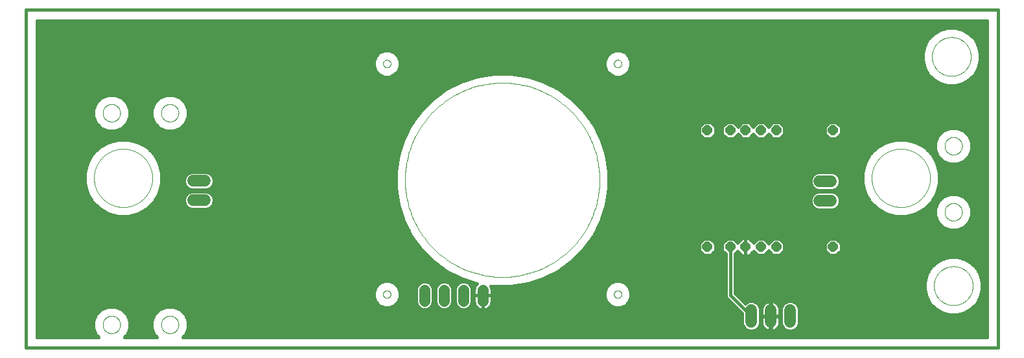
<source format=gbl>
G75*
%MOIN*%
%OFA0B0*%
%FSLAX25Y25*%
%IPPOS*%
%LPD*%
%AMOC8*
5,1,8,0,0,1.08239X$1,22.5*
%
%ADD10C,0.01600*%
%ADD11C,0.00000*%
%ADD12C,0.05600*%
%ADD13OC8,0.05150*%
%ADD14C,0.06000*%
D10*
X0128333Y0033333D02*
X0128333Y0207333D01*
X0628333Y0207333D01*
X0628333Y0033333D01*
X0128333Y0033333D01*
X0133933Y0038933D02*
X0133933Y0201733D01*
X0622733Y0201733D01*
X0622733Y0038933D01*
X0209085Y0038933D01*
X0210217Y0040065D01*
X0211633Y0043483D01*
X0211633Y0047183D01*
X0210217Y0050601D01*
X0207601Y0053217D01*
X0204183Y0054633D01*
X0200483Y0054633D01*
X0197065Y0053217D01*
X0194449Y0050601D01*
X0193033Y0047183D01*
X0193033Y0043483D01*
X0194449Y0040065D01*
X0195581Y0038933D01*
X0179085Y0038933D01*
X0180217Y0040065D01*
X0181633Y0043483D01*
X0181633Y0047183D01*
X0180217Y0050601D01*
X0177601Y0053217D01*
X0174183Y0054633D01*
X0170483Y0054633D01*
X0167065Y0053217D01*
X0164449Y0050601D01*
X0163033Y0047183D01*
X0163033Y0043483D01*
X0164449Y0040065D01*
X0165581Y0038933D01*
X0133933Y0038933D01*
X0133933Y0039311D02*
X0165203Y0039311D01*
X0164099Y0040910D02*
X0133933Y0040910D01*
X0133933Y0042508D02*
X0163437Y0042508D01*
X0163033Y0044107D02*
X0133933Y0044107D01*
X0133933Y0045705D02*
X0163033Y0045705D01*
X0163083Y0047304D02*
X0133933Y0047304D01*
X0133933Y0048902D02*
X0163745Y0048902D01*
X0164407Y0050501D02*
X0133933Y0050501D01*
X0133933Y0052099D02*
X0165947Y0052099D01*
X0168224Y0053698D02*
X0133933Y0053698D01*
X0133933Y0055296D02*
X0310070Y0055296D01*
X0310133Y0055233D02*
X0312615Y0054205D01*
X0315302Y0054205D01*
X0317784Y0055233D01*
X0319683Y0057133D01*
X0320711Y0059615D01*
X0320711Y0062302D01*
X0319683Y0064784D01*
X0317784Y0066683D01*
X0315302Y0067711D01*
X0312615Y0067711D01*
X0310133Y0066683D01*
X0308233Y0064784D01*
X0307205Y0062302D01*
X0307205Y0059615D01*
X0308233Y0057133D01*
X0310133Y0055233D01*
X0308472Y0056895D02*
X0133933Y0056895D01*
X0133933Y0058493D02*
X0307670Y0058493D01*
X0307205Y0060092D02*
X0133933Y0060092D01*
X0133933Y0061690D02*
X0307205Y0061690D01*
X0307614Y0063289D02*
X0133933Y0063289D01*
X0133933Y0064887D02*
X0308337Y0064887D01*
X0309935Y0066486D02*
X0133933Y0066486D01*
X0133933Y0068084D02*
X0355264Y0068084D01*
X0354209Y0067533D02*
X0352458Y0067533D01*
X0350841Y0066863D01*
X0349603Y0065626D01*
X0348933Y0064009D01*
X0348933Y0056658D01*
X0349603Y0055041D01*
X0350841Y0053803D01*
X0352458Y0053133D01*
X0354209Y0053133D01*
X0355826Y0053803D01*
X0357063Y0055041D01*
X0357733Y0056658D01*
X0357733Y0064009D01*
X0357063Y0065626D01*
X0355826Y0066863D01*
X0354209Y0067533D01*
X0356203Y0066486D02*
X0360180Y0066486D01*
X0360181Y0066487D02*
X0359825Y0066130D01*
X0359399Y0065544D01*
X0359070Y0064899D01*
X0358847Y0064210D01*
X0358733Y0063495D01*
X0358733Y0060333D01*
X0358733Y0057171D01*
X0358847Y0056456D01*
X0359070Y0055768D01*
X0359399Y0055122D01*
X0359825Y0054537D01*
X0360337Y0054025D01*
X0360922Y0053599D01*
X0361568Y0053270D01*
X0362256Y0053047D01*
X0362971Y0052933D01*
X0363333Y0052933D01*
X0363333Y0060333D01*
X0358733Y0060333D01*
X0363333Y0060333D01*
X0363333Y0060333D01*
X0363333Y0060333D01*
X0363333Y0052933D01*
X0363695Y0052933D01*
X0364410Y0053047D01*
X0365099Y0053270D01*
X0365744Y0053599D01*
X0366330Y0054025D01*
X0366842Y0054537D01*
X0367268Y0055122D01*
X0367596Y0055768D01*
X0367820Y0056456D01*
X0367933Y0057171D01*
X0367933Y0060333D01*
X0363333Y0060333D01*
X0363333Y0060333D01*
X0367933Y0060333D01*
X0367933Y0063495D01*
X0367820Y0064210D01*
X0367596Y0064899D01*
X0367397Y0065290D01*
X0369020Y0065033D01*
X0377646Y0065033D01*
X0386166Y0066383D01*
X0394369Y0069048D01*
X0402055Y0072964D01*
X0409033Y0078034D01*
X0415132Y0084134D01*
X0420202Y0091112D01*
X0424118Y0098797D01*
X0426784Y0107001D01*
X0428133Y0115520D01*
X0428133Y0124146D01*
X0426784Y0132666D01*
X0424118Y0140869D01*
X0420202Y0148555D01*
X0415132Y0155533D01*
X0409033Y0161632D01*
X0402055Y0166702D01*
X0394369Y0170618D01*
X0386166Y0173284D01*
X0377646Y0174633D01*
X0369020Y0174633D01*
X0360501Y0173284D01*
X0352297Y0170618D01*
X0344612Y0166702D01*
X0337634Y0161632D01*
X0331534Y0155533D01*
X0326464Y0148555D01*
X0322548Y0140869D01*
X0319883Y0132666D01*
X0318533Y0124146D01*
X0318533Y0115520D01*
X0319883Y0107001D01*
X0322548Y0098797D01*
X0326464Y0091112D01*
X0331534Y0084134D01*
X0337634Y0078034D01*
X0344612Y0072964D01*
X0352297Y0069048D01*
X0360181Y0066487D01*
X0359066Y0064887D02*
X0357369Y0064887D01*
X0357733Y0063289D02*
X0358733Y0063289D01*
X0358733Y0061690D02*
X0357733Y0061690D01*
X0357733Y0060092D02*
X0358733Y0060092D01*
X0358733Y0058493D02*
X0357733Y0058493D01*
X0357733Y0056895D02*
X0358777Y0056895D01*
X0359311Y0055296D02*
X0357169Y0055296D01*
X0355571Y0053698D02*
X0360787Y0053698D01*
X0363333Y0053698D02*
X0363333Y0053698D01*
X0363333Y0055296D02*
X0363333Y0055296D01*
X0363333Y0056895D02*
X0363333Y0056895D01*
X0363333Y0058493D02*
X0363333Y0058493D01*
X0363333Y0060092D02*
X0363333Y0060092D01*
X0367933Y0060092D02*
X0425955Y0060092D01*
X0425955Y0059615D02*
X0426983Y0057133D01*
X0428883Y0055233D01*
X0431365Y0054205D01*
X0434052Y0054205D01*
X0436534Y0055233D01*
X0438433Y0057133D01*
X0439461Y0059615D01*
X0439461Y0062302D01*
X0438433Y0064784D01*
X0436534Y0066683D01*
X0434052Y0067711D01*
X0431365Y0067711D01*
X0428883Y0066683D01*
X0426983Y0064784D01*
X0425955Y0062302D01*
X0425955Y0059615D01*
X0426420Y0058493D02*
X0367933Y0058493D01*
X0367889Y0056895D02*
X0427222Y0056895D01*
X0428820Y0055296D02*
X0367356Y0055296D01*
X0365880Y0053698D02*
X0494012Y0053698D01*
X0492414Y0055296D02*
X0436596Y0055296D01*
X0438195Y0056895D02*
X0490815Y0056895D01*
X0489217Y0058493D02*
X0438997Y0058493D01*
X0439461Y0060092D02*
X0488177Y0060092D01*
X0488177Y0060049D02*
X0488543Y0059167D01*
X0496733Y0050977D01*
X0496733Y0045856D01*
X0497434Y0044165D01*
X0498728Y0042871D01*
X0500418Y0042171D01*
X0502248Y0042171D01*
X0503939Y0042871D01*
X0505233Y0044165D01*
X0505933Y0045856D01*
X0505933Y0053686D01*
X0505233Y0055377D01*
X0503939Y0056671D01*
X0502248Y0057371D01*
X0500418Y0057371D01*
X0498728Y0056671D01*
X0498278Y0056221D01*
X0492977Y0061521D01*
X0492977Y0081829D01*
X0494373Y0083225D01*
X0496639Y0080959D01*
X0498451Y0080959D01*
X0498451Y0085333D01*
X0498451Y0085333D01*
X0498451Y0080959D01*
X0500264Y0080959D01*
X0502530Y0083225D01*
X0504596Y0081159D01*
X0508055Y0081159D01*
X0510262Y0083366D01*
X0512470Y0081159D01*
X0515929Y0081159D01*
X0518374Y0083604D01*
X0518374Y0087063D01*
X0515929Y0089508D01*
X0512470Y0089508D01*
X0510262Y0087300D01*
X0508055Y0089508D01*
X0504596Y0089508D01*
X0502530Y0087442D01*
X0500264Y0089708D01*
X0498451Y0089708D01*
X0496639Y0089708D01*
X0494373Y0087442D01*
X0492307Y0089508D01*
X0488848Y0089508D01*
X0486403Y0087063D01*
X0486403Y0083604D01*
X0488177Y0081829D01*
X0488177Y0060049D01*
X0488177Y0061690D02*
X0439461Y0061690D01*
X0439053Y0063289D02*
X0488177Y0063289D01*
X0488177Y0064887D02*
X0438330Y0064887D01*
X0436731Y0066486D02*
X0488177Y0066486D01*
X0488177Y0068084D02*
X0391402Y0068084D01*
X0395615Y0069683D02*
X0488177Y0069683D01*
X0488177Y0071281D02*
X0398752Y0071281D01*
X0401889Y0072880D02*
X0488177Y0072880D01*
X0488177Y0074478D02*
X0404139Y0074478D01*
X0406339Y0076077D02*
X0488177Y0076077D01*
X0488177Y0077675D02*
X0408539Y0077675D01*
X0410273Y0079274D02*
X0488177Y0079274D01*
X0488177Y0080872D02*
X0411871Y0080872D01*
X0413470Y0082471D02*
X0475725Y0082471D01*
X0474592Y0083604D02*
X0477037Y0081159D01*
X0480496Y0081159D01*
X0482941Y0083604D01*
X0482941Y0087063D01*
X0480496Y0089508D01*
X0477037Y0089508D01*
X0474592Y0087063D01*
X0474592Y0083604D01*
X0474592Y0084069D02*
X0415068Y0084069D01*
X0416247Y0085668D02*
X0474592Y0085668D01*
X0474795Y0087266D02*
X0417409Y0087266D01*
X0418570Y0088865D02*
X0476394Y0088865D01*
X0481139Y0088865D02*
X0488205Y0088865D01*
X0486606Y0087266D02*
X0482737Y0087266D01*
X0482941Y0085668D02*
X0486403Y0085668D01*
X0486403Y0084069D02*
X0482941Y0084069D01*
X0481808Y0082471D02*
X0487536Y0082471D01*
X0490577Y0085333D02*
X0490577Y0060527D01*
X0501333Y0049771D01*
X0496733Y0050501D02*
X0210259Y0050501D01*
X0210921Y0048902D02*
X0496733Y0048902D01*
X0496733Y0047304D02*
X0211583Y0047304D01*
X0211633Y0045705D02*
X0496796Y0045705D01*
X0497492Y0044107D02*
X0211633Y0044107D01*
X0211229Y0042508D02*
X0499604Y0042508D01*
X0503062Y0042508D02*
X0509127Y0042508D01*
X0508818Y0042666D02*
X0509491Y0042322D01*
X0510209Y0042089D01*
X0510956Y0041971D01*
X0511133Y0041971D01*
X0511133Y0049571D01*
X0506533Y0049571D01*
X0506533Y0046393D01*
X0506652Y0045647D01*
X0506885Y0044928D01*
X0507228Y0044255D01*
X0507672Y0043644D01*
X0508206Y0043110D01*
X0508818Y0042666D01*
X0507336Y0044107D02*
X0505174Y0044107D01*
X0505871Y0045705D02*
X0506642Y0045705D01*
X0506533Y0047304D02*
X0505933Y0047304D01*
X0505933Y0048902D02*
X0506533Y0048902D01*
X0506533Y0049971D02*
X0511133Y0049971D01*
X0511133Y0049571D01*
X0511533Y0049571D01*
X0511533Y0041971D01*
X0511711Y0041971D01*
X0512457Y0042089D01*
X0513176Y0042322D01*
X0513849Y0042666D01*
X0514460Y0043110D01*
X0514995Y0043644D01*
X0515439Y0044255D01*
X0515782Y0044928D01*
X0516015Y0045647D01*
X0516133Y0046393D01*
X0516133Y0049571D01*
X0511533Y0049571D01*
X0511533Y0049971D01*
X0511133Y0049971D01*
X0511133Y0057571D01*
X0510956Y0057571D01*
X0510209Y0057453D01*
X0509491Y0057219D01*
X0508818Y0056876D01*
X0508206Y0056432D01*
X0507672Y0055898D01*
X0507228Y0055287D01*
X0506885Y0054613D01*
X0506652Y0053895D01*
X0506533Y0053149D01*
X0506533Y0049971D01*
X0506533Y0050501D02*
X0505933Y0050501D01*
X0505933Y0052099D02*
X0506533Y0052099D01*
X0506620Y0053698D02*
X0505928Y0053698D01*
X0505266Y0055296D02*
X0507235Y0055296D01*
X0508854Y0056895D02*
X0503398Y0056895D01*
X0499269Y0056895D02*
X0497604Y0056895D01*
X0496005Y0058493D02*
X0592193Y0058493D01*
X0591542Y0059621D02*
X0593490Y0056246D01*
X0596246Y0053490D01*
X0599621Y0051542D01*
X0603385Y0050533D01*
X0607282Y0050533D01*
X0611046Y0051542D01*
X0614421Y0053490D01*
X0617176Y0056246D01*
X0619125Y0059621D01*
X0620133Y0063385D01*
X0620133Y0067282D01*
X0619125Y0071046D01*
X0617176Y0074421D01*
X0614421Y0077176D01*
X0611046Y0079125D01*
X0607282Y0080133D01*
X0603385Y0080133D01*
X0599621Y0079125D01*
X0596246Y0077176D01*
X0593490Y0074421D01*
X0591542Y0071046D01*
X0590533Y0067282D01*
X0590533Y0063385D01*
X0591542Y0059621D01*
X0591416Y0060092D02*
X0494407Y0060092D01*
X0492977Y0061690D02*
X0590987Y0061690D01*
X0590559Y0063289D02*
X0492977Y0063289D01*
X0492977Y0064887D02*
X0590533Y0064887D01*
X0590533Y0066486D02*
X0492977Y0066486D01*
X0492977Y0068084D02*
X0590748Y0068084D01*
X0591177Y0069683D02*
X0492977Y0069683D01*
X0492977Y0071281D02*
X0591678Y0071281D01*
X0592601Y0072880D02*
X0492977Y0072880D01*
X0492977Y0074478D02*
X0593548Y0074478D01*
X0595146Y0076077D02*
X0492977Y0076077D01*
X0492977Y0077675D02*
X0597110Y0077675D01*
X0600177Y0079274D02*
X0492977Y0079274D01*
X0492977Y0080872D02*
X0622733Y0080872D01*
X0622733Y0079274D02*
X0610490Y0079274D01*
X0613556Y0077675D02*
X0622733Y0077675D01*
X0622733Y0076077D02*
X0615520Y0076077D01*
X0617119Y0074478D02*
X0622733Y0074478D01*
X0622733Y0072880D02*
X0618066Y0072880D01*
X0618989Y0071281D02*
X0622733Y0071281D01*
X0622733Y0069683D02*
X0619490Y0069683D01*
X0619918Y0068084D02*
X0622733Y0068084D01*
X0622733Y0066486D02*
X0620133Y0066486D01*
X0620133Y0064887D02*
X0622733Y0064887D01*
X0622733Y0063289D02*
X0620108Y0063289D01*
X0619679Y0061690D02*
X0622733Y0061690D01*
X0622733Y0060092D02*
X0619251Y0060092D01*
X0618474Y0058493D02*
X0622733Y0058493D01*
X0622733Y0056895D02*
X0617551Y0056895D01*
X0616226Y0055296D02*
X0622733Y0055296D01*
X0622733Y0053698D02*
X0614628Y0053698D01*
X0612011Y0052099D02*
X0622733Y0052099D01*
X0622733Y0050501D02*
X0525933Y0050501D01*
X0525933Y0052099D02*
X0598656Y0052099D01*
X0596039Y0053698D02*
X0525928Y0053698D01*
X0525933Y0053686D02*
X0525233Y0055377D01*
X0523939Y0056671D01*
X0522248Y0057371D01*
X0520418Y0057371D01*
X0518728Y0056671D01*
X0517434Y0055377D01*
X0516733Y0053686D01*
X0516733Y0045856D01*
X0517434Y0044165D01*
X0518728Y0042871D01*
X0520418Y0042171D01*
X0522248Y0042171D01*
X0523939Y0042871D01*
X0525233Y0044165D01*
X0525933Y0045856D01*
X0525933Y0053686D01*
X0525266Y0055296D02*
X0594440Y0055296D01*
X0593116Y0056895D02*
X0523398Y0056895D01*
X0519269Y0056895D02*
X0513813Y0056895D01*
X0513849Y0056876D02*
X0513176Y0057219D01*
X0512457Y0057453D01*
X0511711Y0057571D01*
X0511533Y0057571D01*
X0511533Y0049971D01*
X0516133Y0049971D01*
X0516133Y0053149D01*
X0516015Y0053895D01*
X0515782Y0054613D01*
X0515439Y0055287D01*
X0514995Y0055898D01*
X0514460Y0056432D01*
X0513849Y0056876D01*
X0515432Y0055296D02*
X0517400Y0055296D01*
X0516738Y0053698D02*
X0516046Y0053698D01*
X0516133Y0052099D02*
X0516733Y0052099D01*
X0516733Y0050501D02*
X0516133Y0050501D01*
X0516133Y0048902D02*
X0516733Y0048902D01*
X0516733Y0047304D02*
X0516133Y0047304D01*
X0516024Y0045705D02*
X0516796Y0045705D01*
X0517492Y0044107D02*
X0515331Y0044107D01*
X0513540Y0042508D02*
X0519604Y0042508D01*
X0523062Y0042508D02*
X0622733Y0042508D01*
X0622733Y0040910D02*
X0210567Y0040910D01*
X0209463Y0039311D02*
X0622733Y0039311D01*
X0622733Y0044107D02*
X0525174Y0044107D01*
X0525871Y0045705D02*
X0622733Y0045705D01*
X0622733Y0047304D02*
X0525933Y0047304D01*
X0525933Y0048902D02*
X0622733Y0048902D01*
X0547508Y0083604D02*
X0545063Y0081159D01*
X0541604Y0081159D01*
X0539159Y0083604D01*
X0539159Y0087063D01*
X0541604Y0089508D01*
X0545063Y0089508D01*
X0547508Y0087063D01*
X0547508Y0083604D01*
X0547508Y0084069D02*
X0622733Y0084069D01*
X0622733Y0082471D02*
X0546375Y0082471D01*
X0547508Y0085668D02*
X0622733Y0085668D01*
X0622733Y0087266D02*
X0547304Y0087266D01*
X0545706Y0088865D02*
X0622733Y0088865D01*
X0622733Y0090463D02*
X0419731Y0090463D01*
X0420687Y0092062D02*
X0622733Y0092062D01*
X0622733Y0093660D02*
X0421501Y0093660D01*
X0422315Y0095259D02*
X0600525Y0095259D01*
X0600065Y0095449D02*
X0603483Y0094033D01*
X0607183Y0094033D01*
X0610601Y0095449D01*
X0613217Y0098065D01*
X0614633Y0101483D01*
X0614633Y0105183D01*
X0613217Y0108601D01*
X0610601Y0111217D01*
X0607183Y0112633D01*
X0603483Y0112633D01*
X0600065Y0111217D01*
X0597449Y0108601D01*
X0596033Y0105183D01*
X0596033Y0101483D01*
X0597449Y0098065D01*
X0600065Y0095449D01*
X0598657Y0096857D02*
X0423130Y0096857D01*
X0423944Y0098456D02*
X0597287Y0098456D01*
X0596625Y0100054D02*
X0424527Y0100054D01*
X0425046Y0101653D02*
X0573414Y0101653D01*
X0575727Y0101033D02*
X0570691Y0102383D01*
X0566176Y0104989D01*
X0562489Y0108676D01*
X0559883Y0113191D01*
X0558533Y0118227D01*
X0558533Y0123440D01*
X0559883Y0128476D01*
X0562489Y0132991D01*
X0566176Y0136677D01*
X0570691Y0139284D01*
X0575727Y0140633D01*
X0580940Y0140633D01*
X0585976Y0139284D01*
X0590491Y0136677D01*
X0594177Y0132991D01*
X0596784Y0128476D01*
X0598133Y0123440D01*
X0598133Y0118227D01*
X0596784Y0113191D01*
X0594177Y0108676D01*
X0590491Y0104989D01*
X0585976Y0102383D01*
X0580940Y0101033D01*
X0575727Y0101033D01*
X0569186Y0103251D02*
X0425566Y0103251D01*
X0426085Y0104850D02*
X0534842Y0104850D01*
X0535562Y0104552D02*
X0533871Y0105252D01*
X0532577Y0106546D01*
X0531877Y0108237D01*
X0531877Y0110067D01*
X0532577Y0111757D01*
X0533871Y0113051D01*
X0535562Y0113752D01*
X0543392Y0113752D01*
X0545082Y0113051D01*
X0546376Y0111757D01*
X0547077Y0110067D01*
X0547077Y0108237D01*
X0546376Y0106546D01*
X0545082Y0105252D01*
X0543392Y0104552D01*
X0535562Y0104552D01*
X0532674Y0106448D02*
X0426604Y0106448D01*
X0426950Y0108047D02*
X0531955Y0108047D01*
X0531877Y0109645D02*
X0427203Y0109645D01*
X0427456Y0111244D02*
X0532364Y0111244D01*
X0533662Y0112843D02*
X0427709Y0112843D01*
X0427962Y0114441D02*
X0559548Y0114441D01*
X0559119Y0116040D02*
X0545870Y0116040D01*
X0546376Y0116546D02*
X0547077Y0118237D01*
X0547077Y0120067D01*
X0546376Y0121757D01*
X0545082Y0123051D01*
X0543392Y0123752D01*
X0535562Y0123752D01*
X0533871Y0123051D01*
X0532577Y0121757D01*
X0531877Y0120067D01*
X0531877Y0118237D01*
X0532577Y0116546D01*
X0533871Y0115252D01*
X0535562Y0114552D01*
X0543392Y0114552D01*
X0545082Y0115252D01*
X0546376Y0116546D01*
X0546829Y0117638D02*
X0558691Y0117638D01*
X0558533Y0119237D02*
X0547077Y0119237D01*
X0546758Y0120835D02*
X0558533Y0120835D01*
X0558533Y0122434D02*
X0545700Y0122434D01*
X0558692Y0124032D02*
X0428133Y0124032D01*
X0428133Y0122434D02*
X0533253Y0122434D01*
X0532195Y0120835D02*
X0428133Y0120835D01*
X0428133Y0119237D02*
X0531877Y0119237D01*
X0532125Y0117638D02*
X0428133Y0117638D01*
X0428133Y0116040D02*
X0533083Y0116040D01*
X0545291Y0112843D02*
X0560084Y0112843D01*
X0561007Y0111244D02*
X0546589Y0111244D01*
X0547077Y0109645D02*
X0561930Y0109645D01*
X0563118Y0108047D02*
X0546998Y0108047D01*
X0546279Y0106448D02*
X0564717Y0106448D01*
X0566417Y0104850D02*
X0544112Y0104850D01*
X0583252Y0101653D02*
X0596033Y0101653D01*
X0596033Y0103251D02*
X0587481Y0103251D01*
X0590249Y0104850D02*
X0596033Y0104850D01*
X0596557Y0106448D02*
X0591950Y0106448D01*
X0593548Y0108047D02*
X0597220Y0108047D01*
X0598493Y0109645D02*
X0594737Y0109645D01*
X0595660Y0111244D02*
X0600129Y0111244D01*
X0596583Y0112843D02*
X0622733Y0112843D01*
X0622733Y0114441D02*
X0597119Y0114441D01*
X0597547Y0116040D02*
X0622733Y0116040D01*
X0622733Y0117638D02*
X0597976Y0117638D01*
X0598133Y0119237D02*
X0622733Y0119237D01*
X0622733Y0120835D02*
X0598133Y0120835D01*
X0598133Y0122434D02*
X0622733Y0122434D01*
X0622733Y0124032D02*
X0597975Y0124032D01*
X0597546Y0125631D02*
X0622733Y0125631D01*
X0622733Y0127229D02*
X0597118Y0127229D01*
X0596581Y0128828D02*
X0601566Y0128828D01*
X0600065Y0129449D02*
X0603483Y0128033D01*
X0607183Y0128033D01*
X0610601Y0129449D01*
X0613217Y0132065D01*
X0614633Y0135483D01*
X0614633Y0139183D01*
X0613217Y0142601D01*
X0610601Y0145217D01*
X0607183Y0146633D01*
X0603483Y0146633D01*
X0600065Y0145217D01*
X0597449Y0142601D01*
X0596033Y0139183D01*
X0596033Y0135483D01*
X0597449Y0132065D01*
X0600065Y0129449D01*
X0599088Y0130426D02*
X0595658Y0130426D01*
X0594735Y0132025D02*
X0597490Y0132025D01*
X0596804Y0133623D02*
X0593545Y0133623D01*
X0591946Y0135222D02*
X0596142Y0135222D01*
X0596033Y0136820D02*
X0590243Y0136820D01*
X0587475Y0138419D02*
X0596033Y0138419D01*
X0596379Y0140017D02*
X0583239Y0140017D01*
X0573427Y0140017D02*
X0424395Y0140017D01*
X0424915Y0138419D02*
X0569192Y0138419D01*
X0566423Y0136820D02*
X0425434Y0136820D01*
X0425953Y0135222D02*
X0564720Y0135222D01*
X0563122Y0133623D02*
X0426473Y0133623D01*
X0426885Y0132025D02*
X0561932Y0132025D01*
X0561009Y0130426D02*
X0427139Y0130426D01*
X0427392Y0128828D02*
X0560086Y0128828D01*
X0559549Y0127229D02*
X0427645Y0127229D01*
X0427898Y0125631D02*
X0559120Y0125631D01*
X0545063Y0141159D02*
X0541604Y0141159D01*
X0539159Y0143604D01*
X0539159Y0147063D01*
X0541604Y0149508D01*
X0545063Y0149508D01*
X0547508Y0147063D01*
X0547508Y0143604D01*
X0545063Y0141159D01*
X0545520Y0141616D02*
X0597041Y0141616D01*
X0598062Y0143214D02*
X0547118Y0143214D01*
X0547508Y0144813D02*
X0599661Y0144813D01*
X0602947Y0146411D02*
X0547508Y0146411D01*
X0546561Y0148010D02*
X0622733Y0148010D01*
X0622733Y0149608D02*
X0419437Y0149608D01*
X0420480Y0148010D02*
X0475539Y0148010D01*
X0474592Y0147063D02*
X0474592Y0143604D01*
X0477037Y0141159D01*
X0480496Y0141159D01*
X0482941Y0143604D01*
X0482941Y0147063D01*
X0480496Y0149508D01*
X0477037Y0149508D01*
X0474592Y0147063D01*
X0474592Y0146411D02*
X0421295Y0146411D01*
X0422109Y0144813D02*
X0474592Y0144813D01*
X0474981Y0143214D02*
X0422924Y0143214D01*
X0423738Y0141616D02*
X0476580Y0141616D01*
X0480953Y0141616D02*
X0488391Y0141616D01*
X0488848Y0141159D02*
X0492307Y0141159D01*
X0494514Y0143366D01*
X0496722Y0141159D01*
X0500181Y0141159D01*
X0502388Y0143366D01*
X0504596Y0141159D01*
X0508055Y0141159D01*
X0510262Y0143366D01*
X0512470Y0141159D01*
X0515929Y0141159D01*
X0518374Y0143604D01*
X0518374Y0147063D01*
X0515929Y0149508D01*
X0512470Y0149508D01*
X0510262Y0147300D01*
X0508055Y0149508D01*
X0504596Y0149508D01*
X0502388Y0147300D01*
X0500181Y0149508D01*
X0496722Y0149508D01*
X0494514Y0147300D01*
X0492307Y0149508D01*
X0488848Y0149508D01*
X0486403Y0147063D01*
X0486403Y0143604D01*
X0488848Y0141159D01*
X0486792Y0143214D02*
X0482551Y0143214D01*
X0482941Y0144813D02*
X0486403Y0144813D01*
X0486403Y0146411D02*
X0482941Y0146411D01*
X0481994Y0148010D02*
X0487350Y0148010D01*
X0493805Y0148010D02*
X0495224Y0148010D01*
X0501679Y0148010D02*
X0503098Y0148010D01*
X0509553Y0148010D02*
X0510972Y0148010D01*
X0517427Y0148010D02*
X0540106Y0148010D01*
X0539159Y0146411D02*
X0518374Y0146411D01*
X0518374Y0144813D02*
X0539159Y0144813D01*
X0539548Y0143214D02*
X0517984Y0143214D01*
X0516386Y0141616D02*
X0541147Y0141616D01*
X0512013Y0141616D02*
X0508512Y0141616D01*
X0510110Y0143214D02*
X0510415Y0143214D01*
X0504139Y0141616D02*
X0500638Y0141616D01*
X0502236Y0143214D02*
X0502540Y0143214D01*
X0496265Y0141616D02*
X0492764Y0141616D01*
X0494362Y0143214D02*
X0494666Y0143214D01*
X0418276Y0151207D02*
X0622733Y0151207D01*
X0622733Y0152805D02*
X0417114Y0152805D01*
X0415953Y0154404D02*
X0622733Y0154404D01*
X0622733Y0156002D02*
X0414663Y0156002D01*
X0413065Y0157601D02*
X0622733Y0157601D01*
X0622733Y0159199D02*
X0411466Y0159199D01*
X0409868Y0160798D02*
X0622733Y0160798D01*
X0622733Y0162396D02*
X0407982Y0162396D01*
X0405781Y0163995D02*
X0622733Y0163995D01*
X0622733Y0165593D02*
X0403581Y0165593D01*
X0401094Y0167192D02*
X0622733Y0167192D01*
X0622733Y0168790D02*
X0607241Y0168790D01*
X0606282Y0168533D02*
X0610046Y0169542D01*
X0613421Y0171490D01*
X0616176Y0174246D01*
X0618125Y0177621D01*
X0619133Y0181385D01*
X0619133Y0185282D01*
X0618125Y0189046D01*
X0616176Y0192421D01*
X0613421Y0195176D01*
X0610046Y0197125D01*
X0606282Y0198133D01*
X0602385Y0198133D01*
X0598621Y0197125D01*
X0595246Y0195176D01*
X0592490Y0192421D01*
X0590542Y0189046D01*
X0589533Y0185282D01*
X0589533Y0181385D01*
X0590542Y0177621D01*
X0592490Y0174246D01*
X0595246Y0171490D01*
X0598621Y0169542D01*
X0602385Y0168533D01*
X0606282Y0168533D01*
X0601425Y0168790D02*
X0397957Y0168790D01*
X0394820Y0170389D02*
X0597154Y0170389D01*
X0594749Y0171987D02*
X0390156Y0171987D01*
X0384259Y0173586D02*
X0429842Y0173586D01*
X0428883Y0173983D02*
X0426983Y0175883D01*
X0425955Y0178365D01*
X0425955Y0181052D01*
X0426983Y0183534D01*
X0428883Y0185433D01*
X0431365Y0186461D01*
X0434052Y0186461D01*
X0436534Y0185433D01*
X0438433Y0183534D01*
X0439461Y0181052D01*
X0439461Y0178365D01*
X0438433Y0175883D01*
X0436534Y0173983D01*
X0434052Y0172955D01*
X0431365Y0172955D01*
X0428883Y0173983D01*
X0427682Y0175184D02*
X0318985Y0175184D01*
X0319683Y0175883D02*
X0317784Y0173983D01*
X0315302Y0172955D01*
X0312615Y0172955D01*
X0310133Y0173983D01*
X0308233Y0175883D01*
X0307205Y0178365D01*
X0307205Y0181052D01*
X0308233Y0183534D01*
X0310133Y0185433D01*
X0312615Y0186461D01*
X0315302Y0186461D01*
X0317784Y0185433D01*
X0319683Y0183534D01*
X0320711Y0181052D01*
X0320711Y0178365D01*
X0319683Y0175883D01*
X0320056Y0176783D02*
X0426611Y0176783D01*
X0425955Y0178381D02*
X0320711Y0178381D01*
X0320711Y0179980D02*
X0425955Y0179980D01*
X0426173Y0181579D02*
X0320493Y0181579D01*
X0319831Y0183177D02*
X0426836Y0183177D01*
X0428225Y0184776D02*
X0318441Y0184776D01*
X0315513Y0186374D02*
X0431154Y0186374D01*
X0434263Y0186374D02*
X0589826Y0186374D01*
X0589533Y0184776D02*
X0437191Y0184776D01*
X0438581Y0183177D02*
X0589533Y0183177D01*
X0589533Y0181579D02*
X0439243Y0181579D01*
X0439461Y0179980D02*
X0589910Y0179980D01*
X0590338Y0178381D02*
X0439461Y0178381D01*
X0438806Y0176783D02*
X0591026Y0176783D01*
X0591948Y0175184D02*
X0437735Y0175184D01*
X0435574Y0173586D02*
X0593150Y0173586D01*
X0611513Y0170389D02*
X0622733Y0170389D01*
X0622733Y0171987D02*
X0613918Y0171987D01*
X0615516Y0173586D02*
X0622733Y0173586D01*
X0622733Y0175184D02*
X0616718Y0175184D01*
X0617641Y0176783D02*
X0622733Y0176783D01*
X0622733Y0178381D02*
X0618329Y0178381D01*
X0618757Y0179980D02*
X0622733Y0179980D01*
X0622733Y0181579D02*
X0619133Y0181579D01*
X0619133Y0183177D02*
X0622733Y0183177D01*
X0622733Y0184776D02*
X0619133Y0184776D01*
X0618841Y0186374D02*
X0622733Y0186374D01*
X0622733Y0187973D02*
X0618412Y0187973D01*
X0617822Y0189571D02*
X0622733Y0189571D01*
X0622733Y0191170D02*
X0616899Y0191170D01*
X0615829Y0192768D02*
X0622733Y0192768D01*
X0622733Y0194367D02*
X0614230Y0194367D01*
X0612054Y0195965D02*
X0622733Y0195965D01*
X0622733Y0197564D02*
X0608408Y0197564D01*
X0600259Y0197564D02*
X0133933Y0197564D01*
X0133933Y0199162D02*
X0622733Y0199162D01*
X0622733Y0200761D02*
X0133933Y0200761D01*
X0133933Y0195965D02*
X0596612Y0195965D01*
X0594436Y0194367D02*
X0133933Y0194367D01*
X0133933Y0192768D02*
X0592838Y0192768D01*
X0591768Y0191170D02*
X0133933Y0191170D01*
X0133933Y0189571D02*
X0590845Y0189571D01*
X0590254Y0187973D02*
X0133933Y0187973D01*
X0133933Y0186374D02*
X0312404Y0186374D01*
X0309475Y0184776D02*
X0133933Y0184776D01*
X0133933Y0183177D02*
X0308086Y0183177D01*
X0307423Y0181579D02*
X0133933Y0181579D01*
X0133933Y0179980D02*
X0307205Y0179980D01*
X0307205Y0178381D02*
X0133933Y0178381D01*
X0133933Y0176783D02*
X0307861Y0176783D01*
X0308932Y0175184D02*
X0133933Y0175184D01*
X0133933Y0173586D02*
X0311092Y0173586D01*
X0316824Y0173586D02*
X0362408Y0173586D01*
X0356511Y0171987D02*
X0133933Y0171987D01*
X0133933Y0170389D02*
X0351847Y0170389D01*
X0348710Y0168790D02*
X0133933Y0168790D01*
X0133933Y0167192D02*
X0345572Y0167192D01*
X0343085Y0165593D02*
X0133933Y0165593D01*
X0133933Y0163995D02*
X0340885Y0163995D01*
X0338685Y0162396D02*
X0207169Y0162396D01*
X0207601Y0162217D02*
X0204183Y0163633D01*
X0200483Y0163633D01*
X0197065Y0162217D01*
X0194449Y0159601D01*
X0193033Y0156183D01*
X0193033Y0152483D01*
X0194449Y0149065D01*
X0197065Y0146449D01*
X0200483Y0145033D01*
X0204183Y0145033D01*
X0207601Y0146449D01*
X0210217Y0149065D01*
X0211633Y0152483D01*
X0211633Y0156183D01*
X0210217Y0159601D01*
X0207601Y0162217D01*
X0209021Y0160798D02*
X0336799Y0160798D01*
X0335200Y0159199D02*
X0210384Y0159199D01*
X0211046Y0157601D02*
X0333602Y0157601D01*
X0332003Y0156002D02*
X0211633Y0156002D01*
X0211633Y0154404D02*
X0330714Y0154404D01*
X0329552Y0152805D02*
X0211633Y0152805D01*
X0211105Y0151207D02*
X0328391Y0151207D01*
X0327230Y0149608D02*
X0210442Y0149608D01*
X0209162Y0148010D02*
X0326186Y0148010D01*
X0325372Y0146411D02*
X0207510Y0146411D01*
X0197157Y0146411D02*
X0177510Y0146411D01*
X0177601Y0146449D02*
X0180217Y0149065D01*
X0181633Y0152483D01*
X0181633Y0156183D01*
X0180217Y0159601D01*
X0177601Y0162217D01*
X0174183Y0163633D01*
X0170483Y0163633D01*
X0167065Y0162217D01*
X0164449Y0159601D01*
X0163033Y0156183D01*
X0163033Y0152483D01*
X0164449Y0149065D01*
X0167065Y0146449D01*
X0170483Y0145033D01*
X0174183Y0145033D01*
X0177601Y0146449D01*
X0179162Y0148010D02*
X0195505Y0148010D01*
X0194224Y0149608D02*
X0180442Y0149608D01*
X0181105Y0151207D02*
X0193562Y0151207D01*
X0193033Y0152805D02*
X0181633Y0152805D01*
X0181633Y0154404D02*
X0193033Y0154404D01*
X0193033Y0156002D02*
X0181633Y0156002D01*
X0181046Y0157601D02*
X0193621Y0157601D01*
X0194283Y0159199D02*
X0180384Y0159199D01*
X0179021Y0160798D02*
X0195646Y0160798D01*
X0197497Y0162396D02*
X0177169Y0162396D01*
X0167497Y0162396D02*
X0133933Y0162396D01*
X0133933Y0160798D02*
X0165646Y0160798D01*
X0164283Y0159199D02*
X0133933Y0159199D01*
X0133933Y0157601D02*
X0163621Y0157601D01*
X0163033Y0156002D02*
X0133933Y0156002D01*
X0133933Y0154404D02*
X0163033Y0154404D01*
X0163033Y0152805D02*
X0133933Y0152805D01*
X0133933Y0151207D02*
X0163562Y0151207D01*
X0164224Y0149608D02*
X0133933Y0149608D01*
X0133933Y0148010D02*
X0165505Y0148010D01*
X0167157Y0146411D02*
X0133933Y0146411D01*
X0133933Y0144813D02*
X0324558Y0144813D01*
X0323743Y0143214D02*
X0133933Y0143214D01*
X0133933Y0141616D02*
X0322929Y0141616D01*
X0322271Y0140017D02*
X0183239Y0140017D01*
X0180940Y0140633D02*
X0175727Y0140633D01*
X0170691Y0139284D01*
X0166176Y0136677D01*
X0162489Y0132991D01*
X0159883Y0128476D01*
X0158533Y0123440D01*
X0158533Y0118227D01*
X0159883Y0113191D01*
X0162489Y0108676D01*
X0166176Y0104989D01*
X0170691Y0102383D01*
X0175727Y0101033D01*
X0180940Y0101033D01*
X0185976Y0102383D01*
X0190491Y0104989D01*
X0194177Y0108676D01*
X0196784Y0113191D01*
X0198133Y0118227D01*
X0198133Y0123440D01*
X0196784Y0128476D01*
X0194177Y0132991D01*
X0190491Y0136677D01*
X0185976Y0139284D01*
X0180940Y0140633D01*
X0187475Y0138419D02*
X0321752Y0138419D01*
X0321233Y0136820D02*
X0190243Y0136820D01*
X0191946Y0135222D02*
X0320713Y0135222D01*
X0320194Y0133623D02*
X0193545Y0133623D01*
X0194735Y0132025D02*
X0319781Y0132025D01*
X0319528Y0130426D02*
X0195658Y0130426D01*
X0196581Y0128828D02*
X0319275Y0128828D01*
X0319022Y0127229D02*
X0197118Y0127229D01*
X0197546Y0125631D02*
X0318768Y0125631D01*
X0318533Y0124032D02*
X0197975Y0124032D01*
X0198133Y0122434D02*
X0210928Y0122434D01*
X0210434Y0121939D02*
X0209733Y0120248D01*
X0209733Y0118418D01*
X0210434Y0116728D01*
X0211728Y0115434D01*
X0213418Y0114733D01*
X0221248Y0114733D01*
X0222939Y0115434D01*
X0224233Y0116728D01*
X0224933Y0118418D01*
X0224933Y0120248D01*
X0224233Y0121939D01*
X0222939Y0123233D01*
X0221248Y0123933D01*
X0213418Y0123933D01*
X0211728Y0123233D01*
X0210434Y0121939D01*
X0209976Y0120835D02*
X0198133Y0120835D01*
X0198133Y0119237D02*
X0209733Y0119237D01*
X0210057Y0117638D02*
X0197976Y0117638D01*
X0197547Y0116040D02*
X0211122Y0116040D01*
X0211728Y0113233D02*
X0210434Y0111939D01*
X0209733Y0110248D01*
X0209733Y0108418D01*
X0210434Y0106728D01*
X0211728Y0105434D01*
X0213418Y0104733D01*
X0221248Y0104733D01*
X0222939Y0105434D01*
X0224233Y0106728D01*
X0224933Y0108418D01*
X0224933Y0110248D01*
X0224233Y0111939D01*
X0222939Y0113233D01*
X0221248Y0113933D01*
X0213418Y0113933D01*
X0211728Y0113233D01*
X0211337Y0112843D02*
X0196583Y0112843D01*
X0197119Y0114441D02*
X0318704Y0114441D01*
X0318533Y0116040D02*
X0223545Y0116040D01*
X0224610Y0117638D02*
X0318533Y0117638D01*
X0318533Y0119237D02*
X0224933Y0119237D01*
X0224690Y0120835D02*
X0318533Y0120835D01*
X0318533Y0122434D02*
X0223738Y0122434D01*
X0223330Y0112843D02*
X0318957Y0112843D01*
X0319211Y0111244D02*
X0224521Y0111244D01*
X0224933Y0109645D02*
X0319464Y0109645D01*
X0319717Y0108047D02*
X0224780Y0108047D01*
X0223954Y0106448D02*
X0320062Y0106448D01*
X0320582Y0104850D02*
X0221530Y0104850D01*
X0213137Y0104850D02*
X0190249Y0104850D01*
X0191950Y0106448D02*
X0210713Y0106448D01*
X0209887Y0108047D02*
X0193548Y0108047D01*
X0194737Y0109645D02*
X0209733Y0109645D01*
X0210146Y0111244D02*
X0195660Y0111244D01*
X0187481Y0103251D02*
X0321101Y0103251D01*
X0321620Y0101653D02*
X0183252Y0101653D01*
X0173414Y0101653D02*
X0133933Y0101653D01*
X0133933Y0103251D02*
X0169186Y0103251D01*
X0166417Y0104850D02*
X0133933Y0104850D01*
X0133933Y0106448D02*
X0164717Y0106448D01*
X0163118Y0108047D02*
X0133933Y0108047D01*
X0133933Y0109645D02*
X0161930Y0109645D01*
X0161007Y0111244D02*
X0133933Y0111244D01*
X0133933Y0112843D02*
X0160084Y0112843D01*
X0159548Y0114441D02*
X0133933Y0114441D01*
X0133933Y0116040D02*
X0159119Y0116040D01*
X0158691Y0117638D02*
X0133933Y0117638D01*
X0133933Y0119237D02*
X0158533Y0119237D01*
X0158533Y0120835D02*
X0133933Y0120835D01*
X0133933Y0122434D02*
X0158533Y0122434D01*
X0158692Y0124032D02*
X0133933Y0124032D01*
X0133933Y0125631D02*
X0159120Y0125631D01*
X0159549Y0127229D02*
X0133933Y0127229D01*
X0133933Y0128828D02*
X0160086Y0128828D01*
X0161009Y0130426D02*
X0133933Y0130426D01*
X0133933Y0132025D02*
X0161932Y0132025D01*
X0163122Y0133623D02*
X0133933Y0133623D01*
X0133933Y0135222D02*
X0164720Y0135222D01*
X0166423Y0136820D02*
X0133933Y0136820D01*
X0133933Y0138419D02*
X0169192Y0138419D01*
X0173427Y0140017D02*
X0133933Y0140017D01*
X0133933Y0100054D02*
X0322140Y0100054D01*
X0322722Y0098456D02*
X0133933Y0098456D01*
X0133933Y0096857D02*
X0323537Y0096857D01*
X0324351Y0095259D02*
X0133933Y0095259D01*
X0133933Y0093660D02*
X0325166Y0093660D01*
X0325980Y0092062D02*
X0133933Y0092062D01*
X0133933Y0090463D02*
X0326935Y0090463D01*
X0328097Y0088865D02*
X0133933Y0088865D01*
X0133933Y0087266D02*
X0329258Y0087266D01*
X0330419Y0085668D02*
X0133933Y0085668D01*
X0133933Y0084069D02*
X0331598Y0084069D01*
X0333197Y0082471D02*
X0133933Y0082471D01*
X0133933Y0080872D02*
X0334795Y0080872D01*
X0336394Y0079274D02*
X0133933Y0079274D01*
X0133933Y0077675D02*
X0338128Y0077675D01*
X0340328Y0076077D02*
X0133933Y0076077D01*
X0133933Y0074478D02*
X0342528Y0074478D01*
X0344778Y0072880D02*
X0133933Y0072880D01*
X0133933Y0071281D02*
X0347915Y0071281D01*
X0351052Y0069683D02*
X0133933Y0069683D01*
X0176442Y0053698D02*
X0198224Y0053698D01*
X0195947Y0052099D02*
X0178720Y0052099D01*
X0180259Y0050501D02*
X0194407Y0050501D01*
X0193745Y0048902D02*
X0180921Y0048902D01*
X0181583Y0047304D02*
X0193083Y0047304D01*
X0193033Y0045705D02*
X0181633Y0045705D01*
X0181633Y0044107D02*
X0193033Y0044107D01*
X0193437Y0042508D02*
X0181229Y0042508D01*
X0180567Y0040910D02*
X0194099Y0040910D01*
X0195203Y0039311D02*
X0179463Y0039311D01*
X0208720Y0052099D02*
X0495611Y0052099D01*
X0511133Y0052099D02*
X0511533Y0052099D01*
X0511533Y0050501D02*
X0511133Y0050501D01*
X0511133Y0048902D02*
X0511533Y0048902D01*
X0511533Y0047304D02*
X0511133Y0047304D01*
X0511133Y0045705D02*
X0511533Y0045705D01*
X0511533Y0044107D02*
X0511133Y0044107D01*
X0511133Y0042508D02*
X0511533Y0042508D01*
X0511533Y0053698D02*
X0511133Y0053698D01*
X0511133Y0055296D02*
X0511533Y0055296D01*
X0511533Y0056895D02*
X0511133Y0056895D01*
X0511158Y0082471D02*
X0509367Y0082471D01*
X0503284Y0082471D02*
X0501776Y0082471D01*
X0498451Y0082471D02*
X0498451Y0082471D01*
X0498451Y0084069D02*
X0498451Y0084069D01*
X0498451Y0085333D02*
X0498451Y0089708D01*
X0498451Y0085333D01*
X0498451Y0085333D01*
X0498451Y0085668D02*
X0498451Y0085668D01*
X0498451Y0087266D02*
X0498451Y0087266D01*
X0498451Y0088865D02*
X0498451Y0088865D01*
X0495796Y0088865D02*
X0492950Y0088865D01*
X0501107Y0088865D02*
X0503953Y0088865D01*
X0508698Y0088865D02*
X0511827Y0088865D01*
X0516572Y0088865D02*
X0540961Y0088865D01*
X0539362Y0087266D02*
X0518170Y0087266D01*
X0518374Y0085668D02*
X0539159Y0085668D01*
X0539159Y0084069D02*
X0518374Y0084069D01*
X0517241Y0082471D02*
X0540292Y0082471D01*
X0495127Y0082471D02*
X0493619Y0082471D01*
X0428685Y0066486D02*
X0386483Y0066486D01*
X0367933Y0063289D02*
X0426364Y0063289D01*
X0425955Y0061690D02*
X0367933Y0061690D01*
X0367600Y0064887D02*
X0427087Y0064887D01*
X0350463Y0066486D02*
X0346203Y0066486D01*
X0345826Y0066863D02*
X0344209Y0067533D01*
X0342458Y0067533D01*
X0340841Y0066863D01*
X0339603Y0065626D01*
X0338933Y0064009D01*
X0338933Y0056658D01*
X0339603Y0055041D01*
X0340841Y0053803D01*
X0342458Y0053133D01*
X0344209Y0053133D01*
X0345826Y0053803D01*
X0347063Y0055041D01*
X0347733Y0056658D01*
X0347733Y0064009D01*
X0347063Y0065626D01*
X0345826Y0066863D01*
X0347369Y0064887D02*
X0349297Y0064887D01*
X0348933Y0063289D02*
X0347733Y0063289D01*
X0347733Y0061690D02*
X0348933Y0061690D01*
X0348933Y0060092D02*
X0347733Y0060092D01*
X0347733Y0058493D02*
X0348933Y0058493D01*
X0348933Y0056895D02*
X0347733Y0056895D01*
X0347169Y0055296D02*
X0349497Y0055296D01*
X0351096Y0053698D02*
X0345571Y0053698D01*
X0341096Y0053698D02*
X0335571Y0053698D01*
X0335826Y0053803D02*
X0337063Y0055041D01*
X0337733Y0056658D01*
X0337733Y0064009D01*
X0337063Y0065626D01*
X0335826Y0066863D01*
X0334209Y0067533D01*
X0332458Y0067533D01*
X0330841Y0066863D01*
X0329603Y0065626D01*
X0328933Y0064009D01*
X0328933Y0056658D01*
X0329603Y0055041D01*
X0330841Y0053803D01*
X0332458Y0053133D01*
X0334209Y0053133D01*
X0335826Y0053803D01*
X0337169Y0055296D02*
X0339497Y0055296D01*
X0338933Y0056895D02*
X0337733Y0056895D01*
X0337733Y0058493D02*
X0338933Y0058493D01*
X0338933Y0060092D02*
X0337733Y0060092D01*
X0337733Y0061690D02*
X0338933Y0061690D01*
X0338933Y0063289D02*
X0337733Y0063289D01*
X0337369Y0064887D02*
X0339297Y0064887D01*
X0340463Y0066486D02*
X0336203Y0066486D01*
X0330463Y0066486D02*
X0317981Y0066486D01*
X0319580Y0064887D02*
X0329297Y0064887D01*
X0328933Y0063289D02*
X0320303Y0063289D01*
X0320711Y0061690D02*
X0328933Y0061690D01*
X0328933Y0060092D02*
X0320711Y0060092D01*
X0320247Y0058493D02*
X0328933Y0058493D01*
X0328933Y0056895D02*
X0319445Y0056895D01*
X0317846Y0055296D02*
X0329497Y0055296D01*
X0331096Y0053698D02*
X0206442Y0053698D01*
X0607719Y0146411D02*
X0622733Y0146411D01*
X0622733Y0144813D02*
X0611006Y0144813D01*
X0612605Y0143214D02*
X0622733Y0143214D01*
X0622733Y0141616D02*
X0613626Y0141616D01*
X0614288Y0140017D02*
X0622733Y0140017D01*
X0622733Y0138419D02*
X0614633Y0138419D01*
X0614633Y0136820D02*
X0622733Y0136820D01*
X0622733Y0135222D02*
X0614525Y0135222D01*
X0613863Y0133623D02*
X0622733Y0133623D01*
X0622733Y0132025D02*
X0613177Y0132025D01*
X0611578Y0130426D02*
X0622733Y0130426D01*
X0622733Y0128828D02*
X0609101Y0128828D01*
X0610537Y0111244D02*
X0622733Y0111244D01*
X0622733Y0109645D02*
X0612173Y0109645D01*
X0613447Y0108047D02*
X0622733Y0108047D01*
X0622733Y0106448D02*
X0614109Y0106448D01*
X0614633Y0104850D02*
X0622733Y0104850D01*
X0622733Y0103251D02*
X0614633Y0103251D01*
X0614633Y0101653D02*
X0622733Y0101653D01*
X0622733Y0100054D02*
X0614041Y0100054D01*
X0613379Y0098456D02*
X0622733Y0098456D01*
X0622733Y0096857D02*
X0612010Y0096857D01*
X0610142Y0095259D02*
X0622733Y0095259D01*
D11*
X0600833Y0103333D02*
X0600835Y0103467D01*
X0600841Y0103601D01*
X0600851Y0103734D01*
X0600865Y0103868D01*
X0600883Y0104001D01*
X0600905Y0104133D01*
X0600930Y0104264D01*
X0600960Y0104395D01*
X0600994Y0104525D01*
X0601031Y0104653D01*
X0601072Y0104781D01*
X0601117Y0104907D01*
X0601166Y0105032D01*
X0601218Y0105155D01*
X0601274Y0105277D01*
X0601334Y0105397D01*
X0601397Y0105515D01*
X0601464Y0105631D01*
X0601534Y0105745D01*
X0601608Y0105857D01*
X0601685Y0105967D01*
X0601765Y0106075D01*
X0601848Y0106180D01*
X0601934Y0106282D01*
X0602023Y0106382D01*
X0602116Y0106479D01*
X0602211Y0106574D01*
X0602309Y0106665D01*
X0602409Y0106754D01*
X0602512Y0106839D01*
X0602618Y0106922D01*
X0602726Y0107001D01*
X0602836Y0107077D01*
X0602949Y0107150D01*
X0603064Y0107219D01*
X0603180Y0107285D01*
X0603299Y0107347D01*
X0603419Y0107406D01*
X0603542Y0107461D01*
X0603665Y0107513D01*
X0603790Y0107560D01*
X0603917Y0107604D01*
X0604045Y0107645D01*
X0604174Y0107681D01*
X0604304Y0107714D01*
X0604435Y0107742D01*
X0604566Y0107767D01*
X0604699Y0107788D01*
X0604832Y0107805D01*
X0604965Y0107818D01*
X0605099Y0107827D01*
X0605233Y0107832D01*
X0605367Y0107833D01*
X0605500Y0107830D01*
X0605634Y0107823D01*
X0605768Y0107812D01*
X0605901Y0107797D01*
X0606034Y0107778D01*
X0606166Y0107755D01*
X0606297Y0107729D01*
X0606427Y0107698D01*
X0606557Y0107663D01*
X0606685Y0107625D01*
X0606812Y0107583D01*
X0606938Y0107537D01*
X0607063Y0107487D01*
X0607186Y0107434D01*
X0607307Y0107377D01*
X0607427Y0107316D01*
X0607544Y0107252D01*
X0607660Y0107185D01*
X0607774Y0107114D01*
X0607885Y0107039D01*
X0607994Y0106962D01*
X0608101Y0106881D01*
X0608206Y0106797D01*
X0608307Y0106710D01*
X0608407Y0106620D01*
X0608503Y0106527D01*
X0608597Y0106431D01*
X0608688Y0106332D01*
X0608775Y0106231D01*
X0608860Y0106127D01*
X0608942Y0106021D01*
X0609020Y0105913D01*
X0609095Y0105802D01*
X0609167Y0105689D01*
X0609236Y0105573D01*
X0609301Y0105456D01*
X0609362Y0105337D01*
X0609420Y0105216D01*
X0609474Y0105094D01*
X0609525Y0104970D01*
X0609572Y0104844D01*
X0609615Y0104717D01*
X0609654Y0104589D01*
X0609690Y0104460D01*
X0609721Y0104330D01*
X0609749Y0104199D01*
X0609773Y0104067D01*
X0609793Y0103934D01*
X0609809Y0103801D01*
X0609821Y0103668D01*
X0609829Y0103534D01*
X0609833Y0103400D01*
X0609833Y0103266D01*
X0609829Y0103132D01*
X0609821Y0102998D01*
X0609809Y0102865D01*
X0609793Y0102732D01*
X0609773Y0102599D01*
X0609749Y0102467D01*
X0609721Y0102336D01*
X0609690Y0102206D01*
X0609654Y0102077D01*
X0609615Y0101949D01*
X0609572Y0101822D01*
X0609525Y0101696D01*
X0609474Y0101572D01*
X0609420Y0101450D01*
X0609362Y0101329D01*
X0609301Y0101210D01*
X0609236Y0101093D01*
X0609167Y0100977D01*
X0609095Y0100864D01*
X0609020Y0100753D01*
X0608942Y0100645D01*
X0608860Y0100539D01*
X0608775Y0100435D01*
X0608688Y0100334D01*
X0608597Y0100235D01*
X0608503Y0100139D01*
X0608407Y0100046D01*
X0608307Y0099956D01*
X0608206Y0099869D01*
X0608101Y0099785D01*
X0607994Y0099704D01*
X0607885Y0099627D01*
X0607774Y0099552D01*
X0607660Y0099481D01*
X0607544Y0099414D01*
X0607427Y0099350D01*
X0607307Y0099289D01*
X0607186Y0099232D01*
X0607063Y0099179D01*
X0606938Y0099129D01*
X0606812Y0099083D01*
X0606685Y0099041D01*
X0606557Y0099003D01*
X0606427Y0098968D01*
X0606297Y0098937D01*
X0606166Y0098911D01*
X0606034Y0098888D01*
X0605901Y0098869D01*
X0605768Y0098854D01*
X0605634Y0098843D01*
X0605500Y0098836D01*
X0605367Y0098833D01*
X0605233Y0098834D01*
X0605099Y0098839D01*
X0604965Y0098848D01*
X0604832Y0098861D01*
X0604699Y0098878D01*
X0604566Y0098899D01*
X0604435Y0098924D01*
X0604304Y0098952D01*
X0604174Y0098985D01*
X0604045Y0099021D01*
X0603917Y0099062D01*
X0603790Y0099106D01*
X0603665Y0099153D01*
X0603542Y0099205D01*
X0603419Y0099260D01*
X0603299Y0099319D01*
X0603180Y0099381D01*
X0603064Y0099447D01*
X0602949Y0099516D01*
X0602836Y0099589D01*
X0602726Y0099665D01*
X0602618Y0099744D01*
X0602512Y0099827D01*
X0602409Y0099912D01*
X0602309Y0100001D01*
X0602211Y0100092D01*
X0602116Y0100187D01*
X0602023Y0100284D01*
X0601934Y0100384D01*
X0601848Y0100486D01*
X0601765Y0100591D01*
X0601685Y0100699D01*
X0601608Y0100809D01*
X0601534Y0100921D01*
X0601464Y0101035D01*
X0601397Y0101151D01*
X0601334Y0101269D01*
X0601274Y0101389D01*
X0601218Y0101511D01*
X0601166Y0101634D01*
X0601117Y0101759D01*
X0601072Y0101885D01*
X0601031Y0102013D01*
X0600994Y0102141D01*
X0600960Y0102271D01*
X0600930Y0102402D01*
X0600905Y0102533D01*
X0600883Y0102665D01*
X0600865Y0102798D01*
X0600851Y0102932D01*
X0600841Y0103065D01*
X0600835Y0103199D01*
X0600833Y0103333D01*
X0563333Y0120833D02*
X0563338Y0121201D01*
X0563351Y0121569D01*
X0563374Y0121936D01*
X0563405Y0122303D01*
X0563446Y0122669D01*
X0563495Y0123034D01*
X0563554Y0123397D01*
X0563621Y0123759D01*
X0563697Y0124120D01*
X0563783Y0124478D01*
X0563876Y0124834D01*
X0563979Y0125187D01*
X0564090Y0125538D01*
X0564210Y0125886D01*
X0564338Y0126231D01*
X0564475Y0126573D01*
X0564620Y0126912D01*
X0564773Y0127246D01*
X0564935Y0127577D01*
X0565104Y0127904D01*
X0565282Y0128226D01*
X0565467Y0128545D01*
X0565660Y0128858D01*
X0565861Y0129167D01*
X0566069Y0129470D01*
X0566285Y0129768D01*
X0566508Y0130061D01*
X0566738Y0130349D01*
X0566975Y0130631D01*
X0567219Y0130906D01*
X0567469Y0131176D01*
X0567726Y0131440D01*
X0567990Y0131697D01*
X0568260Y0131947D01*
X0568535Y0132191D01*
X0568817Y0132428D01*
X0569105Y0132658D01*
X0569398Y0132881D01*
X0569696Y0133097D01*
X0569999Y0133305D01*
X0570308Y0133506D01*
X0570621Y0133699D01*
X0570940Y0133884D01*
X0571262Y0134062D01*
X0571589Y0134231D01*
X0571920Y0134393D01*
X0572254Y0134546D01*
X0572593Y0134691D01*
X0572935Y0134828D01*
X0573280Y0134956D01*
X0573628Y0135076D01*
X0573979Y0135187D01*
X0574332Y0135290D01*
X0574688Y0135383D01*
X0575046Y0135469D01*
X0575407Y0135545D01*
X0575769Y0135612D01*
X0576132Y0135671D01*
X0576497Y0135720D01*
X0576863Y0135761D01*
X0577230Y0135792D01*
X0577597Y0135815D01*
X0577965Y0135828D01*
X0578333Y0135833D01*
X0578701Y0135828D01*
X0579069Y0135815D01*
X0579436Y0135792D01*
X0579803Y0135761D01*
X0580169Y0135720D01*
X0580534Y0135671D01*
X0580897Y0135612D01*
X0581259Y0135545D01*
X0581620Y0135469D01*
X0581978Y0135383D01*
X0582334Y0135290D01*
X0582687Y0135187D01*
X0583038Y0135076D01*
X0583386Y0134956D01*
X0583731Y0134828D01*
X0584073Y0134691D01*
X0584412Y0134546D01*
X0584746Y0134393D01*
X0585077Y0134231D01*
X0585404Y0134062D01*
X0585726Y0133884D01*
X0586045Y0133699D01*
X0586358Y0133506D01*
X0586667Y0133305D01*
X0586970Y0133097D01*
X0587268Y0132881D01*
X0587561Y0132658D01*
X0587849Y0132428D01*
X0588131Y0132191D01*
X0588406Y0131947D01*
X0588676Y0131697D01*
X0588940Y0131440D01*
X0589197Y0131176D01*
X0589447Y0130906D01*
X0589691Y0130631D01*
X0589928Y0130349D01*
X0590158Y0130061D01*
X0590381Y0129768D01*
X0590597Y0129470D01*
X0590805Y0129167D01*
X0591006Y0128858D01*
X0591199Y0128545D01*
X0591384Y0128226D01*
X0591562Y0127904D01*
X0591731Y0127577D01*
X0591893Y0127246D01*
X0592046Y0126912D01*
X0592191Y0126573D01*
X0592328Y0126231D01*
X0592456Y0125886D01*
X0592576Y0125538D01*
X0592687Y0125187D01*
X0592790Y0124834D01*
X0592883Y0124478D01*
X0592969Y0124120D01*
X0593045Y0123759D01*
X0593112Y0123397D01*
X0593171Y0123034D01*
X0593220Y0122669D01*
X0593261Y0122303D01*
X0593292Y0121936D01*
X0593315Y0121569D01*
X0593328Y0121201D01*
X0593333Y0120833D01*
X0593328Y0120465D01*
X0593315Y0120097D01*
X0593292Y0119730D01*
X0593261Y0119363D01*
X0593220Y0118997D01*
X0593171Y0118632D01*
X0593112Y0118269D01*
X0593045Y0117907D01*
X0592969Y0117546D01*
X0592883Y0117188D01*
X0592790Y0116832D01*
X0592687Y0116479D01*
X0592576Y0116128D01*
X0592456Y0115780D01*
X0592328Y0115435D01*
X0592191Y0115093D01*
X0592046Y0114754D01*
X0591893Y0114420D01*
X0591731Y0114089D01*
X0591562Y0113762D01*
X0591384Y0113440D01*
X0591199Y0113121D01*
X0591006Y0112808D01*
X0590805Y0112499D01*
X0590597Y0112196D01*
X0590381Y0111898D01*
X0590158Y0111605D01*
X0589928Y0111317D01*
X0589691Y0111035D01*
X0589447Y0110760D01*
X0589197Y0110490D01*
X0588940Y0110226D01*
X0588676Y0109969D01*
X0588406Y0109719D01*
X0588131Y0109475D01*
X0587849Y0109238D01*
X0587561Y0109008D01*
X0587268Y0108785D01*
X0586970Y0108569D01*
X0586667Y0108361D01*
X0586358Y0108160D01*
X0586045Y0107967D01*
X0585726Y0107782D01*
X0585404Y0107604D01*
X0585077Y0107435D01*
X0584746Y0107273D01*
X0584412Y0107120D01*
X0584073Y0106975D01*
X0583731Y0106838D01*
X0583386Y0106710D01*
X0583038Y0106590D01*
X0582687Y0106479D01*
X0582334Y0106376D01*
X0581978Y0106283D01*
X0581620Y0106197D01*
X0581259Y0106121D01*
X0580897Y0106054D01*
X0580534Y0105995D01*
X0580169Y0105946D01*
X0579803Y0105905D01*
X0579436Y0105874D01*
X0579069Y0105851D01*
X0578701Y0105838D01*
X0578333Y0105833D01*
X0577965Y0105838D01*
X0577597Y0105851D01*
X0577230Y0105874D01*
X0576863Y0105905D01*
X0576497Y0105946D01*
X0576132Y0105995D01*
X0575769Y0106054D01*
X0575407Y0106121D01*
X0575046Y0106197D01*
X0574688Y0106283D01*
X0574332Y0106376D01*
X0573979Y0106479D01*
X0573628Y0106590D01*
X0573280Y0106710D01*
X0572935Y0106838D01*
X0572593Y0106975D01*
X0572254Y0107120D01*
X0571920Y0107273D01*
X0571589Y0107435D01*
X0571262Y0107604D01*
X0570940Y0107782D01*
X0570621Y0107967D01*
X0570308Y0108160D01*
X0569999Y0108361D01*
X0569696Y0108569D01*
X0569398Y0108785D01*
X0569105Y0109008D01*
X0568817Y0109238D01*
X0568535Y0109475D01*
X0568260Y0109719D01*
X0567990Y0109969D01*
X0567726Y0110226D01*
X0567469Y0110490D01*
X0567219Y0110760D01*
X0566975Y0111035D01*
X0566738Y0111317D01*
X0566508Y0111605D01*
X0566285Y0111898D01*
X0566069Y0112196D01*
X0565861Y0112499D01*
X0565660Y0112808D01*
X0565467Y0113121D01*
X0565282Y0113440D01*
X0565104Y0113762D01*
X0564935Y0114089D01*
X0564773Y0114420D01*
X0564620Y0114754D01*
X0564475Y0115093D01*
X0564338Y0115435D01*
X0564210Y0115780D01*
X0564090Y0116128D01*
X0563979Y0116479D01*
X0563876Y0116832D01*
X0563783Y0117188D01*
X0563697Y0117546D01*
X0563621Y0117907D01*
X0563554Y0118269D01*
X0563495Y0118632D01*
X0563446Y0118997D01*
X0563405Y0119363D01*
X0563374Y0119730D01*
X0563351Y0120097D01*
X0563338Y0120465D01*
X0563333Y0120833D01*
X0600833Y0137333D02*
X0600835Y0137467D01*
X0600841Y0137601D01*
X0600851Y0137734D01*
X0600865Y0137868D01*
X0600883Y0138001D01*
X0600905Y0138133D01*
X0600930Y0138264D01*
X0600960Y0138395D01*
X0600994Y0138525D01*
X0601031Y0138653D01*
X0601072Y0138781D01*
X0601117Y0138907D01*
X0601166Y0139032D01*
X0601218Y0139155D01*
X0601274Y0139277D01*
X0601334Y0139397D01*
X0601397Y0139515D01*
X0601464Y0139631D01*
X0601534Y0139745D01*
X0601608Y0139857D01*
X0601685Y0139967D01*
X0601765Y0140075D01*
X0601848Y0140180D01*
X0601934Y0140282D01*
X0602023Y0140382D01*
X0602116Y0140479D01*
X0602211Y0140574D01*
X0602309Y0140665D01*
X0602409Y0140754D01*
X0602512Y0140839D01*
X0602618Y0140922D01*
X0602726Y0141001D01*
X0602836Y0141077D01*
X0602949Y0141150D01*
X0603064Y0141219D01*
X0603180Y0141285D01*
X0603299Y0141347D01*
X0603419Y0141406D01*
X0603542Y0141461D01*
X0603665Y0141513D01*
X0603790Y0141560D01*
X0603917Y0141604D01*
X0604045Y0141645D01*
X0604174Y0141681D01*
X0604304Y0141714D01*
X0604435Y0141742D01*
X0604566Y0141767D01*
X0604699Y0141788D01*
X0604832Y0141805D01*
X0604965Y0141818D01*
X0605099Y0141827D01*
X0605233Y0141832D01*
X0605367Y0141833D01*
X0605500Y0141830D01*
X0605634Y0141823D01*
X0605768Y0141812D01*
X0605901Y0141797D01*
X0606034Y0141778D01*
X0606166Y0141755D01*
X0606297Y0141729D01*
X0606427Y0141698D01*
X0606557Y0141663D01*
X0606685Y0141625D01*
X0606812Y0141583D01*
X0606938Y0141537D01*
X0607063Y0141487D01*
X0607186Y0141434D01*
X0607307Y0141377D01*
X0607427Y0141316D01*
X0607544Y0141252D01*
X0607660Y0141185D01*
X0607774Y0141114D01*
X0607885Y0141039D01*
X0607994Y0140962D01*
X0608101Y0140881D01*
X0608206Y0140797D01*
X0608307Y0140710D01*
X0608407Y0140620D01*
X0608503Y0140527D01*
X0608597Y0140431D01*
X0608688Y0140332D01*
X0608775Y0140231D01*
X0608860Y0140127D01*
X0608942Y0140021D01*
X0609020Y0139913D01*
X0609095Y0139802D01*
X0609167Y0139689D01*
X0609236Y0139573D01*
X0609301Y0139456D01*
X0609362Y0139337D01*
X0609420Y0139216D01*
X0609474Y0139094D01*
X0609525Y0138970D01*
X0609572Y0138844D01*
X0609615Y0138717D01*
X0609654Y0138589D01*
X0609690Y0138460D01*
X0609721Y0138330D01*
X0609749Y0138199D01*
X0609773Y0138067D01*
X0609793Y0137934D01*
X0609809Y0137801D01*
X0609821Y0137668D01*
X0609829Y0137534D01*
X0609833Y0137400D01*
X0609833Y0137266D01*
X0609829Y0137132D01*
X0609821Y0136998D01*
X0609809Y0136865D01*
X0609793Y0136732D01*
X0609773Y0136599D01*
X0609749Y0136467D01*
X0609721Y0136336D01*
X0609690Y0136206D01*
X0609654Y0136077D01*
X0609615Y0135949D01*
X0609572Y0135822D01*
X0609525Y0135696D01*
X0609474Y0135572D01*
X0609420Y0135450D01*
X0609362Y0135329D01*
X0609301Y0135210D01*
X0609236Y0135093D01*
X0609167Y0134977D01*
X0609095Y0134864D01*
X0609020Y0134753D01*
X0608942Y0134645D01*
X0608860Y0134539D01*
X0608775Y0134435D01*
X0608688Y0134334D01*
X0608597Y0134235D01*
X0608503Y0134139D01*
X0608407Y0134046D01*
X0608307Y0133956D01*
X0608206Y0133869D01*
X0608101Y0133785D01*
X0607994Y0133704D01*
X0607885Y0133627D01*
X0607774Y0133552D01*
X0607660Y0133481D01*
X0607544Y0133414D01*
X0607427Y0133350D01*
X0607307Y0133289D01*
X0607186Y0133232D01*
X0607063Y0133179D01*
X0606938Y0133129D01*
X0606812Y0133083D01*
X0606685Y0133041D01*
X0606557Y0133003D01*
X0606427Y0132968D01*
X0606297Y0132937D01*
X0606166Y0132911D01*
X0606034Y0132888D01*
X0605901Y0132869D01*
X0605768Y0132854D01*
X0605634Y0132843D01*
X0605500Y0132836D01*
X0605367Y0132833D01*
X0605233Y0132834D01*
X0605099Y0132839D01*
X0604965Y0132848D01*
X0604832Y0132861D01*
X0604699Y0132878D01*
X0604566Y0132899D01*
X0604435Y0132924D01*
X0604304Y0132952D01*
X0604174Y0132985D01*
X0604045Y0133021D01*
X0603917Y0133062D01*
X0603790Y0133106D01*
X0603665Y0133153D01*
X0603542Y0133205D01*
X0603419Y0133260D01*
X0603299Y0133319D01*
X0603180Y0133381D01*
X0603064Y0133447D01*
X0602949Y0133516D01*
X0602836Y0133589D01*
X0602726Y0133665D01*
X0602618Y0133744D01*
X0602512Y0133827D01*
X0602409Y0133912D01*
X0602309Y0134001D01*
X0602211Y0134092D01*
X0602116Y0134187D01*
X0602023Y0134284D01*
X0601934Y0134384D01*
X0601848Y0134486D01*
X0601765Y0134591D01*
X0601685Y0134699D01*
X0601608Y0134809D01*
X0601534Y0134921D01*
X0601464Y0135035D01*
X0601397Y0135151D01*
X0601334Y0135269D01*
X0601274Y0135389D01*
X0601218Y0135511D01*
X0601166Y0135634D01*
X0601117Y0135759D01*
X0601072Y0135885D01*
X0601031Y0136013D01*
X0600994Y0136141D01*
X0600960Y0136271D01*
X0600930Y0136402D01*
X0600905Y0136533D01*
X0600883Y0136665D01*
X0600865Y0136798D01*
X0600851Y0136932D01*
X0600841Y0137065D01*
X0600835Y0137199D01*
X0600833Y0137333D01*
X0594333Y0183333D02*
X0594336Y0183578D01*
X0594345Y0183824D01*
X0594360Y0184069D01*
X0594381Y0184313D01*
X0594408Y0184557D01*
X0594441Y0184800D01*
X0594480Y0185043D01*
X0594525Y0185284D01*
X0594576Y0185524D01*
X0594633Y0185763D01*
X0594695Y0186000D01*
X0594764Y0186236D01*
X0594838Y0186470D01*
X0594918Y0186702D01*
X0595003Y0186932D01*
X0595094Y0187160D01*
X0595191Y0187385D01*
X0595293Y0187609D01*
X0595401Y0187829D01*
X0595514Y0188047D01*
X0595632Y0188262D01*
X0595756Y0188474D01*
X0595884Y0188683D01*
X0596018Y0188889D01*
X0596157Y0189091D01*
X0596301Y0189290D01*
X0596450Y0189485D01*
X0596603Y0189677D01*
X0596761Y0189865D01*
X0596923Y0190049D01*
X0597091Y0190228D01*
X0597262Y0190404D01*
X0597438Y0190575D01*
X0597617Y0190743D01*
X0597801Y0190905D01*
X0597989Y0191063D01*
X0598181Y0191216D01*
X0598376Y0191365D01*
X0598575Y0191509D01*
X0598777Y0191648D01*
X0598983Y0191782D01*
X0599192Y0191910D01*
X0599404Y0192034D01*
X0599619Y0192152D01*
X0599837Y0192265D01*
X0600057Y0192373D01*
X0600281Y0192475D01*
X0600506Y0192572D01*
X0600734Y0192663D01*
X0600964Y0192748D01*
X0601196Y0192828D01*
X0601430Y0192902D01*
X0601666Y0192971D01*
X0601903Y0193033D01*
X0602142Y0193090D01*
X0602382Y0193141D01*
X0602623Y0193186D01*
X0602866Y0193225D01*
X0603109Y0193258D01*
X0603353Y0193285D01*
X0603597Y0193306D01*
X0603842Y0193321D01*
X0604088Y0193330D01*
X0604333Y0193333D01*
X0604578Y0193330D01*
X0604824Y0193321D01*
X0605069Y0193306D01*
X0605313Y0193285D01*
X0605557Y0193258D01*
X0605800Y0193225D01*
X0606043Y0193186D01*
X0606284Y0193141D01*
X0606524Y0193090D01*
X0606763Y0193033D01*
X0607000Y0192971D01*
X0607236Y0192902D01*
X0607470Y0192828D01*
X0607702Y0192748D01*
X0607932Y0192663D01*
X0608160Y0192572D01*
X0608385Y0192475D01*
X0608609Y0192373D01*
X0608829Y0192265D01*
X0609047Y0192152D01*
X0609262Y0192034D01*
X0609474Y0191910D01*
X0609683Y0191782D01*
X0609889Y0191648D01*
X0610091Y0191509D01*
X0610290Y0191365D01*
X0610485Y0191216D01*
X0610677Y0191063D01*
X0610865Y0190905D01*
X0611049Y0190743D01*
X0611228Y0190575D01*
X0611404Y0190404D01*
X0611575Y0190228D01*
X0611743Y0190049D01*
X0611905Y0189865D01*
X0612063Y0189677D01*
X0612216Y0189485D01*
X0612365Y0189290D01*
X0612509Y0189091D01*
X0612648Y0188889D01*
X0612782Y0188683D01*
X0612910Y0188474D01*
X0613034Y0188262D01*
X0613152Y0188047D01*
X0613265Y0187829D01*
X0613373Y0187609D01*
X0613475Y0187385D01*
X0613572Y0187160D01*
X0613663Y0186932D01*
X0613748Y0186702D01*
X0613828Y0186470D01*
X0613902Y0186236D01*
X0613971Y0186000D01*
X0614033Y0185763D01*
X0614090Y0185524D01*
X0614141Y0185284D01*
X0614186Y0185043D01*
X0614225Y0184800D01*
X0614258Y0184557D01*
X0614285Y0184313D01*
X0614306Y0184069D01*
X0614321Y0183824D01*
X0614330Y0183578D01*
X0614333Y0183333D01*
X0614330Y0183088D01*
X0614321Y0182842D01*
X0614306Y0182597D01*
X0614285Y0182353D01*
X0614258Y0182109D01*
X0614225Y0181866D01*
X0614186Y0181623D01*
X0614141Y0181382D01*
X0614090Y0181142D01*
X0614033Y0180903D01*
X0613971Y0180666D01*
X0613902Y0180430D01*
X0613828Y0180196D01*
X0613748Y0179964D01*
X0613663Y0179734D01*
X0613572Y0179506D01*
X0613475Y0179281D01*
X0613373Y0179057D01*
X0613265Y0178837D01*
X0613152Y0178619D01*
X0613034Y0178404D01*
X0612910Y0178192D01*
X0612782Y0177983D01*
X0612648Y0177777D01*
X0612509Y0177575D01*
X0612365Y0177376D01*
X0612216Y0177181D01*
X0612063Y0176989D01*
X0611905Y0176801D01*
X0611743Y0176617D01*
X0611575Y0176438D01*
X0611404Y0176262D01*
X0611228Y0176091D01*
X0611049Y0175923D01*
X0610865Y0175761D01*
X0610677Y0175603D01*
X0610485Y0175450D01*
X0610290Y0175301D01*
X0610091Y0175157D01*
X0609889Y0175018D01*
X0609683Y0174884D01*
X0609474Y0174756D01*
X0609262Y0174632D01*
X0609047Y0174514D01*
X0608829Y0174401D01*
X0608609Y0174293D01*
X0608385Y0174191D01*
X0608160Y0174094D01*
X0607932Y0174003D01*
X0607702Y0173918D01*
X0607470Y0173838D01*
X0607236Y0173764D01*
X0607000Y0173695D01*
X0606763Y0173633D01*
X0606524Y0173576D01*
X0606284Y0173525D01*
X0606043Y0173480D01*
X0605800Y0173441D01*
X0605557Y0173408D01*
X0605313Y0173381D01*
X0605069Y0173360D01*
X0604824Y0173345D01*
X0604578Y0173336D01*
X0604333Y0173333D01*
X0604088Y0173336D01*
X0603842Y0173345D01*
X0603597Y0173360D01*
X0603353Y0173381D01*
X0603109Y0173408D01*
X0602866Y0173441D01*
X0602623Y0173480D01*
X0602382Y0173525D01*
X0602142Y0173576D01*
X0601903Y0173633D01*
X0601666Y0173695D01*
X0601430Y0173764D01*
X0601196Y0173838D01*
X0600964Y0173918D01*
X0600734Y0174003D01*
X0600506Y0174094D01*
X0600281Y0174191D01*
X0600057Y0174293D01*
X0599837Y0174401D01*
X0599619Y0174514D01*
X0599404Y0174632D01*
X0599192Y0174756D01*
X0598983Y0174884D01*
X0598777Y0175018D01*
X0598575Y0175157D01*
X0598376Y0175301D01*
X0598181Y0175450D01*
X0597989Y0175603D01*
X0597801Y0175761D01*
X0597617Y0175923D01*
X0597438Y0176091D01*
X0597262Y0176262D01*
X0597091Y0176438D01*
X0596923Y0176617D01*
X0596761Y0176801D01*
X0596603Y0176989D01*
X0596450Y0177181D01*
X0596301Y0177376D01*
X0596157Y0177575D01*
X0596018Y0177777D01*
X0595884Y0177983D01*
X0595756Y0178192D01*
X0595632Y0178404D01*
X0595514Y0178619D01*
X0595401Y0178837D01*
X0595293Y0179057D01*
X0595191Y0179281D01*
X0595094Y0179506D01*
X0595003Y0179734D01*
X0594918Y0179964D01*
X0594838Y0180196D01*
X0594764Y0180430D01*
X0594695Y0180666D01*
X0594633Y0180903D01*
X0594576Y0181142D01*
X0594525Y0181382D01*
X0594480Y0181623D01*
X0594441Y0181866D01*
X0594408Y0182109D01*
X0594381Y0182353D01*
X0594360Y0182597D01*
X0594345Y0182842D01*
X0594336Y0183088D01*
X0594333Y0183333D01*
X0430755Y0179708D02*
X0430757Y0179796D01*
X0430763Y0179884D01*
X0430773Y0179972D01*
X0430787Y0180059D01*
X0430805Y0180146D01*
X0430826Y0180231D01*
X0430852Y0180316D01*
X0430881Y0180399D01*
X0430914Y0180481D01*
X0430951Y0180561D01*
X0430991Y0180640D01*
X0431035Y0180716D01*
X0431083Y0180791D01*
X0431133Y0180863D01*
X0431187Y0180933D01*
X0431244Y0181001D01*
X0431304Y0181065D01*
X0431367Y0181127D01*
X0431432Y0181187D01*
X0431500Y0181243D01*
X0431571Y0181296D01*
X0431644Y0181346D01*
X0431719Y0181392D01*
X0431796Y0181435D01*
X0431875Y0181474D01*
X0431956Y0181510D01*
X0432038Y0181542D01*
X0432121Y0181571D01*
X0432206Y0181595D01*
X0432292Y0181616D01*
X0432379Y0181633D01*
X0432466Y0181646D01*
X0432554Y0181655D01*
X0432642Y0181660D01*
X0432730Y0181661D01*
X0432818Y0181658D01*
X0432906Y0181651D01*
X0432994Y0181640D01*
X0433081Y0181625D01*
X0433167Y0181606D01*
X0433252Y0181584D01*
X0433337Y0181557D01*
X0433420Y0181527D01*
X0433501Y0181493D01*
X0433581Y0181455D01*
X0433659Y0181414D01*
X0433735Y0181369D01*
X0433809Y0181321D01*
X0433881Y0181270D01*
X0433950Y0181215D01*
X0434017Y0181157D01*
X0434081Y0181097D01*
X0434143Y0181033D01*
X0434201Y0180967D01*
X0434256Y0180898D01*
X0434309Y0180827D01*
X0434357Y0180754D01*
X0434403Y0180678D01*
X0434445Y0180601D01*
X0434484Y0180521D01*
X0434519Y0180440D01*
X0434550Y0180357D01*
X0434577Y0180274D01*
X0434601Y0180189D01*
X0434621Y0180103D01*
X0434637Y0180016D01*
X0434649Y0179928D01*
X0434657Y0179840D01*
X0434661Y0179752D01*
X0434661Y0179664D01*
X0434657Y0179576D01*
X0434649Y0179488D01*
X0434637Y0179400D01*
X0434621Y0179313D01*
X0434601Y0179227D01*
X0434577Y0179142D01*
X0434550Y0179059D01*
X0434519Y0178976D01*
X0434484Y0178895D01*
X0434445Y0178815D01*
X0434403Y0178738D01*
X0434357Y0178662D01*
X0434309Y0178589D01*
X0434256Y0178518D01*
X0434201Y0178449D01*
X0434143Y0178383D01*
X0434081Y0178319D01*
X0434017Y0178259D01*
X0433950Y0178201D01*
X0433881Y0178146D01*
X0433809Y0178095D01*
X0433735Y0178047D01*
X0433659Y0178002D01*
X0433581Y0177961D01*
X0433501Y0177923D01*
X0433420Y0177889D01*
X0433337Y0177859D01*
X0433252Y0177832D01*
X0433167Y0177810D01*
X0433081Y0177791D01*
X0432994Y0177776D01*
X0432906Y0177765D01*
X0432818Y0177758D01*
X0432730Y0177755D01*
X0432642Y0177756D01*
X0432554Y0177761D01*
X0432466Y0177770D01*
X0432379Y0177783D01*
X0432292Y0177800D01*
X0432206Y0177821D01*
X0432121Y0177845D01*
X0432038Y0177874D01*
X0431956Y0177906D01*
X0431875Y0177942D01*
X0431796Y0177981D01*
X0431719Y0178024D01*
X0431644Y0178070D01*
X0431571Y0178120D01*
X0431500Y0178173D01*
X0431432Y0178229D01*
X0431367Y0178289D01*
X0431304Y0178351D01*
X0431244Y0178415D01*
X0431187Y0178483D01*
X0431133Y0178553D01*
X0431083Y0178625D01*
X0431035Y0178700D01*
X0430991Y0178776D01*
X0430951Y0178855D01*
X0430914Y0178935D01*
X0430881Y0179017D01*
X0430852Y0179100D01*
X0430826Y0179185D01*
X0430805Y0179270D01*
X0430787Y0179357D01*
X0430773Y0179444D01*
X0430763Y0179532D01*
X0430757Y0179620D01*
X0430755Y0179708D01*
X0312005Y0179708D02*
X0312007Y0179796D01*
X0312013Y0179884D01*
X0312023Y0179972D01*
X0312037Y0180059D01*
X0312055Y0180146D01*
X0312076Y0180231D01*
X0312102Y0180316D01*
X0312131Y0180399D01*
X0312164Y0180481D01*
X0312201Y0180561D01*
X0312241Y0180640D01*
X0312285Y0180716D01*
X0312333Y0180791D01*
X0312383Y0180863D01*
X0312437Y0180933D01*
X0312494Y0181001D01*
X0312554Y0181065D01*
X0312617Y0181127D01*
X0312682Y0181187D01*
X0312750Y0181243D01*
X0312821Y0181296D01*
X0312894Y0181346D01*
X0312969Y0181392D01*
X0313046Y0181435D01*
X0313125Y0181474D01*
X0313206Y0181510D01*
X0313288Y0181542D01*
X0313371Y0181571D01*
X0313456Y0181595D01*
X0313542Y0181616D01*
X0313629Y0181633D01*
X0313716Y0181646D01*
X0313804Y0181655D01*
X0313892Y0181660D01*
X0313980Y0181661D01*
X0314068Y0181658D01*
X0314156Y0181651D01*
X0314244Y0181640D01*
X0314331Y0181625D01*
X0314417Y0181606D01*
X0314502Y0181584D01*
X0314587Y0181557D01*
X0314670Y0181527D01*
X0314751Y0181493D01*
X0314831Y0181455D01*
X0314909Y0181414D01*
X0314985Y0181369D01*
X0315059Y0181321D01*
X0315131Y0181270D01*
X0315200Y0181215D01*
X0315267Y0181157D01*
X0315331Y0181097D01*
X0315393Y0181033D01*
X0315451Y0180967D01*
X0315506Y0180898D01*
X0315559Y0180827D01*
X0315607Y0180754D01*
X0315653Y0180678D01*
X0315695Y0180601D01*
X0315734Y0180521D01*
X0315769Y0180440D01*
X0315800Y0180357D01*
X0315827Y0180274D01*
X0315851Y0180189D01*
X0315871Y0180103D01*
X0315887Y0180016D01*
X0315899Y0179928D01*
X0315907Y0179840D01*
X0315911Y0179752D01*
X0315911Y0179664D01*
X0315907Y0179576D01*
X0315899Y0179488D01*
X0315887Y0179400D01*
X0315871Y0179313D01*
X0315851Y0179227D01*
X0315827Y0179142D01*
X0315800Y0179059D01*
X0315769Y0178976D01*
X0315734Y0178895D01*
X0315695Y0178815D01*
X0315653Y0178738D01*
X0315607Y0178662D01*
X0315559Y0178589D01*
X0315506Y0178518D01*
X0315451Y0178449D01*
X0315393Y0178383D01*
X0315331Y0178319D01*
X0315267Y0178259D01*
X0315200Y0178201D01*
X0315131Y0178146D01*
X0315059Y0178095D01*
X0314985Y0178047D01*
X0314909Y0178002D01*
X0314831Y0177961D01*
X0314751Y0177923D01*
X0314670Y0177889D01*
X0314587Y0177859D01*
X0314502Y0177832D01*
X0314417Y0177810D01*
X0314331Y0177791D01*
X0314244Y0177776D01*
X0314156Y0177765D01*
X0314068Y0177758D01*
X0313980Y0177755D01*
X0313892Y0177756D01*
X0313804Y0177761D01*
X0313716Y0177770D01*
X0313629Y0177783D01*
X0313542Y0177800D01*
X0313456Y0177821D01*
X0313371Y0177845D01*
X0313288Y0177874D01*
X0313206Y0177906D01*
X0313125Y0177942D01*
X0313046Y0177981D01*
X0312969Y0178024D01*
X0312894Y0178070D01*
X0312821Y0178120D01*
X0312750Y0178173D01*
X0312682Y0178229D01*
X0312617Y0178289D01*
X0312554Y0178351D01*
X0312494Y0178415D01*
X0312437Y0178483D01*
X0312383Y0178553D01*
X0312333Y0178625D01*
X0312285Y0178700D01*
X0312241Y0178776D01*
X0312201Y0178855D01*
X0312164Y0178935D01*
X0312131Y0179017D01*
X0312102Y0179100D01*
X0312076Y0179185D01*
X0312055Y0179270D01*
X0312037Y0179357D01*
X0312023Y0179444D01*
X0312013Y0179532D01*
X0312007Y0179620D01*
X0312005Y0179708D01*
X0197833Y0154333D02*
X0197835Y0154467D01*
X0197841Y0154601D01*
X0197851Y0154734D01*
X0197865Y0154868D01*
X0197883Y0155001D01*
X0197905Y0155133D01*
X0197930Y0155264D01*
X0197960Y0155395D01*
X0197994Y0155525D01*
X0198031Y0155653D01*
X0198072Y0155781D01*
X0198117Y0155907D01*
X0198166Y0156032D01*
X0198218Y0156155D01*
X0198274Y0156277D01*
X0198334Y0156397D01*
X0198397Y0156515D01*
X0198464Y0156631D01*
X0198534Y0156745D01*
X0198608Y0156857D01*
X0198685Y0156967D01*
X0198765Y0157075D01*
X0198848Y0157180D01*
X0198934Y0157282D01*
X0199023Y0157382D01*
X0199116Y0157479D01*
X0199211Y0157574D01*
X0199309Y0157665D01*
X0199409Y0157754D01*
X0199512Y0157839D01*
X0199618Y0157922D01*
X0199726Y0158001D01*
X0199836Y0158077D01*
X0199949Y0158150D01*
X0200064Y0158219D01*
X0200180Y0158285D01*
X0200299Y0158347D01*
X0200419Y0158406D01*
X0200542Y0158461D01*
X0200665Y0158513D01*
X0200790Y0158560D01*
X0200917Y0158604D01*
X0201045Y0158645D01*
X0201174Y0158681D01*
X0201304Y0158714D01*
X0201435Y0158742D01*
X0201566Y0158767D01*
X0201699Y0158788D01*
X0201832Y0158805D01*
X0201965Y0158818D01*
X0202099Y0158827D01*
X0202233Y0158832D01*
X0202367Y0158833D01*
X0202500Y0158830D01*
X0202634Y0158823D01*
X0202768Y0158812D01*
X0202901Y0158797D01*
X0203034Y0158778D01*
X0203166Y0158755D01*
X0203297Y0158729D01*
X0203427Y0158698D01*
X0203557Y0158663D01*
X0203685Y0158625D01*
X0203812Y0158583D01*
X0203938Y0158537D01*
X0204063Y0158487D01*
X0204186Y0158434D01*
X0204307Y0158377D01*
X0204427Y0158316D01*
X0204544Y0158252D01*
X0204660Y0158185D01*
X0204774Y0158114D01*
X0204885Y0158039D01*
X0204994Y0157962D01*
X0205101Y0157881D01*
X0205206Y0157797D01*
X0205307Y0157710D01*
X0205407Y0157620D01*
X0205503Y0157527D01*
X0205597Y0157431D01*
X0205688Y0157332D01*
X0205775Y0157231D01*
X0205860Y0157127D01*
X0205942Y0157021D01*
X0206020Y0156913D01*
X0206095Y0156802D01*
X0206167Y0156689D01*
X0206236Y0156573D01*
X0206301Y0156456D01*
X0206362Y0156337D01*
X0206420Y0156216D01*
X0206474Y0156094D01*
X0206525Y0155970D01*
X0206572Y0155844D01*
X0206615Y0155717D01*
X0206654Y0155589D01*
X0206690Y0155460D01*
X0206721Y0155330D01*
X0206749Y0155199D01*
X0206773Y0155067D01*
X0206793Y0154934D01*
X0206809Y0154801D01*
X0206821Y0154668D01*
X0206829Y0154534D01*
X0206833Y0154400D01*
X0206833Y0154266D01*
X0206829Y0154132D01*
X0206821Y0153998D01*
X0206809Y0153865D01*
X0206793Y0153732D01*
X0206773Y0153599D01*
X0206749Y0153467D01*
X0206721Y0153336D01*
X0206690Y0153206D01*
X0206654Y0153077D01*
X0206615Y0152949D01*
X0206572Y0152822D01*
X0206525Y0152696D01*
X0206474Y0152572D01*
X0206420Y0152450D01*
X0206362Y0152329D01*
X0206301Y0152210D01*
X0206236Y0152093D01*
X0206167Y0151977D01*
X0206095Y0151864D01*
X0206020Y0151753D01*
X0205942Y0151645D01*
X0205860Y0151539D01*
X0205775Y0151435D01*
X0205688Y0151334D01*
X0205597Y0151235D01*
X0205503Y0151139D01*
X0205407Y0151046D01*
X0205307Y0150956D01*
X0205206Y0150869D01*
X0205101Y0150785D01*
X0204994Y0150704D01*
X0204885Y0150627D01*
X0204774Y0150552D01*
X0204660Y0150481D01*
X0204544Y0150414D01*
X0204427Y0150350D01*
X0204307Y0150289D01*
X0204186Y0150232D01*
X0204063Y0150179D01*
X0203938Y0150129D01*
X0203812Y0150083D01*
X0203685Y0150041D01*
X0203557Y0150003D01*
X0203427Y0149968D01*
X0203297Y0149937D01*
X0203166Y0149911D01*
X0203034Y0149888D01*
X0202901Y0149869D01*
X0202768Y0149854D01*
X0202634Y0149843D01*
X0202500Y0149836D01*
X0202367Y0149833D01*
X0202233Y0149834D01*
X0202099Y0149839D01*
X0201965Y0149848D01*
X0201832Y0149861D01*
X0201699Y0149878D01*
X0201566Y0149899D01*
X0201435Y0149924D01*
X0201304Y0149952D01*
X0201174Y0149985D01*
X0201045Y0150021D01*
X0200917Y0150062D01*
X0200790Y0150106D01*
X0200665Y0150153D01*
X0200542Y0150205D01*
X0200419Y0150260D01*
X0200299Y0150319D01*
X0200180Y0150381D01*
X0200064Y0150447D01*
X0199949Y0150516D01*
X0199836Y0150589D01*
X0199726Y0150665D01*
X0199618Y0150744D01*
X0199512Y0150827D01*
X0199409Y0150912D01*
X0199309Y0151001D01*
X0199211Y0151092D01*
X0199116Y0151187D01*
X0199023Y0151284D01*
X0198934Y0151384D01*
X0198848Y0151486D01*
X0198765Y0151591D01*
X0198685Y0151699D01*
X0198608Y0151809D01*
X0198534Y0151921D01*
X0198464Y0152035D01*
X0198397Y0152151D01*
X0198334Y0152269D01*
X0198274Y0152389D01*
X0198218Y0152511D01*
X0198166Y0152634D01*
X0198117Y0152759D01*
X0198072Y0152885D01*
X0198031Y0153013D01*
X0197994Y0153141D01*
X0197960Y0153271D01*
X0197930Y0153402D01*
X0197905Y0153533D01*
X0197883Y0153665D01*
X0197865Y0153798D01*
X0197851Y0153932D01*
X0197841Y0154065D01*
X0197835Y0154199D01*
X0197833Y0154333D01*
X0167833Y0154333D02*
X0167835Y0154467D01*
X0167841Y0154601D01*
X0167851Y0154734D01*
X0167865Y0154868D01*
X0167883Y0155001D01*
X0167905Y0155133D01*
X0167930Y0155264D01*
X0167960Y0155395D01*
X0167994Y0155525D01*
X0168031Y0155653D01*
X0168072Y0155781D01*
X0168117Y0155907D01*
X0168166Y0156032D01*
X0168218Y0156155D01*
X0168274Y0156277D01*
X0168334Y0156397D01*
X0168397Y0156515D01*
X0168464Y0156631D01*
X0168534Y0156745D01*
X0168608Y0156857D01*
X0168685Y0156967D01*
X0168765Y0157075D01*
X0168848Y0157180D01*
X0168934Y0157282D01*
X0169023Y0157382D01*
X0169116Y0157479D01*
X0169211Y0157574D01*
X0169309Y0157665D01*
X0169409Y0157754D01*
X0169512Y0157839D01*
X0169618Y0157922D01*
X0169726Y0158001D01*
X0169836Y0158077D01*
X0169949Y0158150D01*
X0170064Y0158219D01*
X0170180Y0158285D01*
X0170299Y0158347D01*
X0170419Y0158406D01*
X0170542Y0158461D01*
X0170665Y0158513D01*
X0170790Y0158560D01*
X0170917Y0158604D01*
X0171045Y0158645D01*
X0171174Y0158681D01*
X0171304Y0158714D01*
X0171435Y0158742D01*
X0171566Y0158767D01*
X0171699Y0158788D01*
X0171832Y0158805D01*
X0171965Y0158818D01*
X0172099Y0158827D01*
X0172233Y0158832D01*
X0172367Y0158833D01*
X0172500Y0158830D01*
X0172634Y0158823D01*
X0172768Y0158812D01*
X0172901Y0158797D01*
X0173034Y0158778D01*
X0173166Y0158755D01*
X0173297Y0158729D01*
X0173427Y0158698D01*
X0173557Y0158663D01*
X0173685Y0158625D01*
X0173812Y0158583D01*
X0173938Y0158537D01*
X0174063Y0158487D01*
X0174186Y0158434D01*
X0174307Y0158377D01*
X0174427Y0158316D01*
X0174544Y0158252D01*
X0174660Y0158185D01*
X0174774Y0158114D01*
X0174885Y0158039D01*
X0174994Y0157962D01*
X0175101Y0157881D01*
X0175206Y0157797D01*
X0175307Y0157710D01*
X0175407Y0157620D01*
X0175503Y0157527D01*
X0175597Y0157431D01*
X0175688Y0157332D01*
X0175775Y0157231D01*
X0175860Y0157127D01*
X0175942Y0157021D01*
X0176020Y0156913D01*
X0176095Y0156802D01*
X0176167Y0156689D01*
X0176236Y0156573D01*
X0176301Y0156456D01*
X0176362Y0156337D01*
X0176420Y0156216D01*
X0176474Y0156094D01*
X0176525Y0155970D01*
X0176572Y0155844D01*
X0176615Y0155717D01*
X0176654Y0155589D01*
X0176690Y0155460D01*
X0176721Y0155330D01*
X0176749Y0155199D01*
X0176773Y0155067D01*
X0176793Y0154934D01*
X0176809Y0154801D01*
X0176821Y0154668D01*
X0176829Y0154534D01*
X0176833Y0154400D01*
X0176833Y0154266D01*
X0176829Y0154132D01*
X0176821Y0153998D01*
X0176809Y0153865D01*
X0176793Y0153732D01*
X0176773Y0153599D01*
X0176749Y0153467D01*
X0176721Y0153336D01*
X0176690Y0153206D01*
X0176654Y0153077D01*
X0176615Y0152949D01*
X0176572Y0152822D01*
X0176525Y0152696D01*
X0176474Y0152572D01*
X0176420Y0152450D01*
X0176362Y0152329D01*
X0176301Y0152210D01*
X0176236Y0152093D01*
X0176167Y0151977D01*
X0176095Y0151864D01*
X0176020Y0151753D01*
X0175942Y0151645D01*
X0175860Y0151539D01*
X0175775Y0151435D01*
X0175688Y0151334D01*
X0175597Y0151235D01*
X0175503Y0151139D01*
X0175407Y0151046D01*
X0175307Y0150956D01*
X0175206Y0150869D01*
X0175101Y0150785D01*
X0174994Y0150704D01*
X0174885Y0150627D01*
X0174774Y0150552D01*
X0174660Y0150481D01*
X0174544Y0150414D01*
X0174427Y0150350D01*
X0174307Y0150289D01*
X0174186Y0150232D01*
X0174063Y0150179D01*
X0173938Y0150129D01*
X0173812Y0150083D01*
X0173685Y0150041D01*
X0173557Y0150003D01*
X0173427Y0149968D01*
X0173297Y0149937D01*
X0173166Y0149911D01*
X0173034Y0149888D01*
X0172901Y0149869D01*
X0172768Y0149854D01*
X0172634Y0149843D01*
X0172500Y0149836D01*
X0172367Y0149833D01*
X0172233Y0149834D01*
X0172099Y0149839D01*
X0171965Y0149848D01*
X0171832Y0149861D01*
X0171699Y0149878D01*
X0171566Y0149899D01*
X0171435Y0149924D01*
X0171304Y0149952D01*
X0171174Y0149985D01*
X0171045Y0150021D01*
X0170917Y0150062D01*
X0170790Y0150106D01*
X0170665Y0150153D01*
X0170542Y0150205D01*
X0170419Y0150260D01*
X0170299Y0150319D01*
X0170180Y0150381D01*
X0170064Y0150447D01*
X0169949Y0150516D01*
X0169836Y0150589D01*
X0169726Y0150665D01*
X0169618Y0150744D01*
X0169512Y0150827D01*
X0169409Y0150912D01*
X0169309Y0151001D01*
X0169211Y0151092D01*
X0169116Y0151187D01*
X0169023Y0151284D01*
X0168934Y0151384D01*
X0168848Y0151486D01*
X0168765Y0151591D01*
X0168685Y0151699D01*
X0168608Y0151809D01*
X0168534Y0151921D01*
X0168464Y0152035D01*
X0168397Y0152151D01*
X0168334Y0152269D01*
X0168274Y0152389D01*
X0168218Y0152511D01*
X0168166Y0152634D01*
X0168117Y0152759D01*
X0168072Y0152885D01*
X0168031Y0153013D01*
X0167994Y0153141D01*
X0167960Y0153271D01*
X0167930Y0153402D01*
X0167905Y0153533D01*
X0167883Y0153665D01*
X0167865Y0153798D01*
X0167851Y0153932D01*
X0167841Y0154065D01*
X0167835Y0154199D01*
X0167833Y0154333D01*
X0163333Y0120833D02*
X0163338Y0121201D01*
X0163351Y0121569D01*
X0163374Y0121936D01*
X0163405Y0122303D01*
X0163446Y0122669D01*
X0163495Y0123034D01*
X0163554Y0123397D01*
X0163621Y0123759D01*
X0163697Y0124120D01*
X0163783Y0124478D01*
X0163876Y0124834D01*
X0163979Y0125187D01*
X0164090Y0125538D01*
X0164210Y0125886D01*
X0164338Y0126231D01*
X0164475Y0126573D01*
X0164620Y0126912D01*
X0164773Y0127246D01*
X0164935Y0127577D01*
X0165104Y0127904D01*
X0165282Y0128226D01*
X0165467Y0128545D01*
X0165660Y0128858D01*
X0165861Y0129167D01*
X0166069Y0129470D01*
X0166285Y0129768D01*
X0166508Y0130061D01*
X0166738Y0130349D01*
X0166975Y0130631D01*
X0167219Y0130906D01*
X0167469Y0131176D01*
X0167726Y0131440D01*
X0167990Y0131697D01*
X0168260Y0131947D01*
X0168535Y0132191D01*
X0168817Y0132428D01*
X0169105Y0132658D01*
X0169398Y0132881D01*
X0169696Y0133097D01*
X0169999Y0133305D01*
X0170308Y0133506D01*
X0170621Y0133699D01*
X0170940Y0133884D01*
X0171262Y0134062D01*
X0171589Y0134231D01*
X0171920Y0134393D01*
X0172254Y0134546D01*
X0172593Y0134691D01*
X0172935Y0134828D01*
X0173280Y0134956D01*
X0173628Y0135076D01*
X0173979Y0135187D01*
X0174332Y0135290D01*
X0174688Y0135383D01*
X0175046Y0135469D01*
X0175407Y0135545D01*
X0175769Y0135612D01*
X0176132Y0135671D01*
X0176497Y0135720D01*
X0176863Y0135761D01*
X0177230Y0135792D01*
X0177597Y0135815D01*
X0177965Y0135828D01*
X0178333Y0135833D01*
X0178701Y0135828D01*
X0179069Y0135815D01*
X0179436Y0135792D01*
X0179803Y0135761D01*
X0180169Y0135720D01*
X0180534Y0135671D01*
X0180897Y0135612D01*
X0181259Y0135545D01*
X0181620Y0135469D01*
X0181978Y0135383D01*
X0182334Y0135290D01*
X0182687Y0135187D01*
X0183038Y0135076D01*
X0183386Y0134956D01*
X0183731Y0134828D01*
X0184073Y0134691D01*
X0184412Y0134546D01*
X0184746Y0134393D01*
X0185077Y0134231D01*
X0185404Y0134062D01*
X0185726Y0133884D01*
X0186045Y0133699D01*
X0186358Y0133506D01*
X0186667Y0133305D01*
X0186970Y0133097D01*
X0187268Y0132881D01*
X0187561Y0132658D01*
X0187849Y0132428D01*
X0188131Y0132191D01*
X0188406Y0131947D01*
X0188676Y0131697D01*
X0188940Y0131440D01*
X0189197Y0131176D01*
X0189447Y0130906D01*
X0189691Y0130631D01*
X0189928Y0130349D01*
X0190158Y0130061D01*
X0190381Y0129768D01*
X0190597Y0129470D01*
X0190805Y0129167D01*
X0191006Y0128858D01*
X0191199Y0128545D01*
X0191384Y0128226D01*
X0191562Y0127904D01*
X0191731Y0127577D01*
X0191893Y0127246D01*
X0192046Y0126912D01*
X0192191Y0126573D01*
X0192328Y0126231D01*
X0192456Y0125886D01*
X0192576Y0125538D01*
X0192687Y0125187D01*
X0192790Y0124834D01*
X0192883Y0124478D01*
X0192969Y0124120D01*
X0193045Y0123759D01*
X0193112Y0123397D01*
X0193171Y0123034D01*
X0193220Y0122669D01*
X0193261Y0122303D01*
X0193292Y0121936D01*
X0193315Y0121569D01*
X0193328Y0121201D01*
X0193333Y0120833D01*
X0193328Y0120465D01*
X0193315Y0120097D01*
X0193292Y0119730D01*
X0193261Y0119363D01*
X0193220Y0118997D01*
X0193171Y0118632D01*
X0193112Y0118269D01*
X0193045Y0117907D01*
X0192969Y0117546D01*
X0192883Y0117188D01*
X0192790Y0116832D01*
X0192687Y0116479D01*
X0192576Y0116128D01*
X0192456Y0115780D01*
X0192328Y0115435D01*
X0192191Y0115093D01*
X0192046Y0114754D01*
X0191893Y0114420D01*
X0191731Y0114089D01*
X0191562Y0113762D01*
X0191384Y0113440D01*
X0191199Y0113121D01*
X0191006Y0112808D01*
X0190805Y0112499D01*
X0190597Y0112196D01*
X0190381Y0111898D01*
X0190158Y0111605D01*
X0189928Y0111317D01*
X0189691Y0111035D01*
X0189447Y0110760D01*
X0189197Y0110490D01*
X0188940Y0110226D01*
X0188676Y0109969D01*
X0188406Y0109719D01*
X0188131Y0109475D01*
X0187849Y0109238D01*
X0187561Y0109008D01*
X0187268Y0108785D01*
X0186970Y0108569D01*
X0186667Y0108361D01*
X0186358Y0108160D01*
X0186045Y0107967D01*
X0185726Y0107782D01*
X0185404Y0107604D01*
X0185077Y0107435D01*
X0184746Y0107273D01*
X0184412Y0107120D01*
X0184073Y0106975D01*
X0183731Y0106838D01*
X0183386Y0106710D01*
X0183038Y0106590D01*
X0182687Y0106479D01*
X0182334Y0106376D01*
X0181978Y0106283D01*
X0181620Y0106197D01*
X0181259Y0106121D01*
X0180897Y0106054D01*
X0180534Y0105995D01*
X0180169Y0105946D01*
X0179803Y0105905D01*
X0179436Y0105874D01*
X0179069Y0105851D01*
X0178701Y0105838D01*
X0178333Y0105833D01*
X0177965Y0105838D01*
X0177597Y0105851D01*
X0177230Y0105874D01*
X0176863Y0105905D01*
X0176497Y0105946D01*
X0176132Y0105995D01*
X0175769Y0106054D01*
X0175407Y0106121D01*
X0175046Y0106197D01*
X0174688Y0106283D01*
X0174332Y0106376D01*
X0173979Y0106479D01*
X0173628Y0106590D01*
X0173280Y0106710D01*
X0172935Y0106838D01*
X0172593Y0106975D01*
X0172254Y0107120D01*
X0171920Y0107273D01*
X0171589Y0107435D01*
X0171262Y0107604D01*
X0170940Y0107782D01*
X0170621Y0107967D01*
X0170308Y0108160D01*
X0169999Y0108361D01*
X0169696Y0108569D01*
X0169398Y0108785D01*
X0169105Y0109008D01*
X0168817Y0109238D01*
X0168535Y0109475D01*
X0168260Y0109719D01*
X0167990Y0109969D01*
X0167726Y0110226D01*
X0167469Y0110490D01*
X0167219Y0110760D01*
X0166975Y0111035D01*
X0166738Y0111317D01*
X0166508Y0111605D01*
X0166285Y0111898D01*
X0166069Y0112196D01*
X0165861Y0112499D01*
X0165660Y0112808D01*
X0165467Y0113121D01*
X0165282Y0113440D01*
X0165104Y0113762D01*
X0164935Y0114089D01*
X0164773Y0114420D01*
X0164620Y0114754D01*
X0164475Y0115093D01*
X0164338Y0115435D01*
X0164210Y0115780D01*
X0164090Y0116128D01*
X0163979Y0116479D01*
X0163876Y0116832D01*
X0163783Y0117188D01*
X0163697Y0117546D01*
X0163621Y0117907D01*
X0163554Y0118269D01*
X0163495Y0118632D01*
X0163446Y0118997D01*
X0163405Y0119363D01*
X0163374Y0119730D01*
X0163351Y0120097D01*
X0163338Y0120465D01*
X0163333Y0120833D01*
X0312005Y0060958D02*
X0312007Y0061046D01*
X0312013Y0061134D01*
X0312023Y0061222D01*
X0312037Y0061309D01*
X0312055Y0061396D01*
X0312076Y0061481D01*
X0312102Y0061566D01*
X0312131Y0061649D01*
X0312164Y0061731D01*
X0312201Y0061811D01*
X0312241Y0061890D01*
X0312285Y0061966D01*
X0312333Y0062041D01*
X0312383Y0062113D01*
X0312437Y0062183D01*
X0312494Y0062251D01*
X0312554Y0062315D01*
X0312617Y0062377D01*
X0312682Y0062437D01*
X0312750Y0062493D01*
X0312821Y0062546D01*
X0312894Y0062596D01*
X0312969Y0062642D01*
X0313046Y0062685D01*
X0313125Y0062724D01*
X0313206Y0062760D01*
X0313288Y0062792D01*
X0313371Y0062821D01*
X0313456Y0062845D01*
X0313542Y0062866D01*
X0313629Y0062883D01*
X0313716Y0062896D01*
X0313804Y0062905D01*
X0313892Y0062910D01*
X0313980Y0062911D01*
X0314068Y0062908D01*
X0314156Y0062901D01*
X0314244Y0062890D01*
X0314331Y0062875D01*
X0314417Y0062856D01*
X0314502Y0062834D01*
X0314587Y0062807D01*
X0314670Y0062777D01*
X0314751Y0062743D01*
X0314831Y0062705D01*
X0314909Y0062664D01*
X0314985Y0062619D01*
X0315059Y0062571D01*
X0315131Y0062520D01*
X0315200Y0062465D01*
X0315267Y0062407D01*
X0315331Y0062347D01*
X0315393Y0062283D01*
X0315451Y0062217D01*
X0315506Y0062148D01*
X0315559Y0062077D01*
X0315607Y0062004D01*
X0315653Y0061928D01*
X0315695Y0061851D01*
X0315734Y0061771D01*
X0315769Y0061690D01*
X0315800Y0061607D01*
X0315827Y0061524D01*
X0315851Y0061439D01*
X0315871Y0061353D01*
X0315887Y0061266D01*
X0315899Y0061178D01*
X0315907Y0061090D01*
X0315911Y0061002D01*
X0315911Y0060914D01*
X0315907Y0060826D01*
X0315899Y0060738D01*
X0315887Y0060650D01*
X0315871Y0060563D01*
X0315851Y0060477D01*
X0315827Y0060392D01*
X0315800Y0060309D01*
X0315769Y0060226D01*
X0315734Y0060145D01*
X0315695Y0060065D01*
X0315653Y0059988D01*
X0315607Y0059912D01*
X0315559Y0059839D01*
X0315506Y0059768D01*
X0315451Y0059699D01*
X0315393Y0059633D01*
X0315331Y0059569D01*
X0315267Y0059509D01*
X0315200Y0059451D01*
X0315131Y0059396D01*
X0315059Y0059345D01*
X0314985Y0059297D01*
X0314909Y0059252D01*
X0314831Y0059211D01*
X0314751Y0059173D01*
X0314670Y0059139D01*
X0314587Y0059109D01*
X0314502Y0059082D01*
X0314417Y0059060D01*
X0314331Y0059041D01*
X0314244Y0059026D01*
X0314156Y0059015D01*
X0314068Y0059008D01*
X0313980Y0059005D01*
X0313892Y0059006D01*
X0313804Y0059011D01*
X0313716Y0059020D01*
X0313629Y0059033D01*
X0313542Y0059050D01*
X0313456Y0059071D01*
X0313371Y0059095D01*
X0313288Y0059124D01*
X0313206Y0059156D01*
X0313125Y0059192D01*
X0313046Y0059231D01*
X0312969Y0059274D01*
X0312894Y0059320D01*
X0312821Y0059370D01*
X0312750Y0059423D01*
X0312682Y0059479D01*
X0312617Y0059539D01*
X0312554Y0059601D01*
X0312494Y0059665D01*
X0312437Y0059733D01*
X0312383Y0059803D01*
X0312333Y0059875D01*
X0312285Y0059950D01*
X0312241Y0060026D01*
X0312201Y0060105D01*
X0312164Y0060185D01*
X0312131Y0060267D01*
X0312102Y0060350D01*
X0312076Y0060435D01*
X0312055Y0060520D01*
X0312037Y0060607D01*
X0312023Y0060694D01*
X0312013Y0060782D01*
X0312007Y0060870D01*
X0312005Y0060958D01*
X0197833Y0045333D02*
X0197835Y0045467D01*
X0197841Y0045601D01*
X0197851Y0045734D01*
X0197865Y0045868D01*
X0197883Y0046001D01*
X0197905Y0046133D01*
X0197930Y0046264D01*
X0197960Y0046395D01*
X0197994Y0046525D01*
X0198031Y0046653D01*
X0198072Y0046781D01*
X0198117Y0046907D01*
X0198166Y0047032D01*
X0198218Y0047155D01*
X0198274Y0047277D01*
X0198334Y0047397D01*
X0198397Y0047515D01*
X0198464Y0047631D01*
X0198534Y0047745D01*
X0198608Y0047857D01*
X0198685Y0047967D01*
X0198765Y0048075D01*
X0198848Y0048180D01*
X0198934Y0048282D01*
X0199023Y0048382D01*
X0199116Y0048479D01*
X0199211Y0048574D01*
X0199309Y0048665D01*
X0199409Y0048754D01*
X0199512Y0048839D01*
X0199618Y0048922D01*
X0199726Y0049001D01*
X0199836Y0049077D01*
X0199949Y0049150D01*
X0200064Y0049219D01*
X0200180Y0049285D01*
X0200299Y0049347D01*
X0200419Y0049406D01*
X0200542Y0049461D01*
X0200665Y0049513D01*
X0200790Y0049560D01*
X0200917Y0049604D01*
X0201045Y0049645D01*
X0201174Y0049681D01*
X0201304Y0049714D01*
X0201435Y0049742D01*
X0201566Y0049767D01*
X0201699Y0049788D01*
X0201832Y0049805D01*
X0201965Y0049818D01*
X0202099Y0049827D01*
X0202233Y0049832D01*
X0202367Y0049833D01*
X0202500Y0049830D01*
X0202634Y0049823D01*
X0202768Y0049812D01*
X0202901Y0049797D01*
X0203034Y0049778D01*
X0203166Y0049755D01*
X0203297Y0049729D01*
X0203427Y0049698D01*
X0203557Y0049663D01*
X0203685Y0049625D01*
X0203812Y0049583D01*
X0203938Y0049537D01*
X0204063Y0049487D01*
X0204186Y0049434D01*
X0204307Y0049377D01*
X0204427Y0049316D01*
X0204544Y0049252D01*
X0204660Y0049185D01*
X0204774Y0049114D01*
X0204885Y0049039D01*
X0204994Y0048962D01*
X0205101Y0048881D01*
X0205206Y0048797D01*
X0205307Y0048710D01*
X0205407Y0048620D01*
X0205503Y0048527D01*
X0205597Y0048431D01*
X0205688Y0048332D01*
X0205775Y0048231D01*
X0205860Y0048127D01*
X0205942Y0048021D01*
X0206020Y0047913D01*
X0206095Y0047802D01*
X0206167Y0047689D01*
X0206236Y0047573D01*
X0206301Y0047456D01*
X0206362Y0047337D01*
X0206420Y0047216D01*
X0206474Y0047094D01*
X0206525Y0046970D01*
X0206572Y0046844D01*
X0206615Y0046717D01*
X0206654Y0046589D01*
X0206690Y0046460D01*
X0206721Y0046330D01*
X0206749Y0046199D01*
X0206773Y0046067D01*
X0206793Y0045934D01*
X0206809Y0045801D01*
X0206821Y0045668D01*
X0206829Y0045534D01*
X0206833Y0045400D01*
X0206833Y0045266D01*
X0206829Y0045132D01*
X0206821Y0044998D01*
X0206809Y0044865D01*
X0206793Y0044732D01*
X0206773Y0044599D01*
X0206749Y0044467D01*
X0206721Y0044336D01*
X0206690Y0044206D01*
X0206654Y0044077D01*
X0206615Y0043949D01*
X0206572Y0043822D01*
X0206525Y0043696D01*
X0206474Y0043572D01*
X0206420Y0043450D01*
X0206362Y0043329D01*
X0206301Y0043210D01*
X0206236Y0043093D01*
X0206167Y0042977D01*
X0206095Y0042864D01*
X0206020Y0042753D01*
X0205942Y0042645D01*
X0205860Y0042539D01*
X0205775Y0042435D01*
X0205688Y0042334D01*
X0205597Y0042235D01*
X0205503Y0042139D01*
X0205407Y0042046D01*
X0205307Y0041956D01*
X0205206Y0041869D01*
X0205101Y0041785D01*
X0204994Y0041704D01*
X0204885Y0041627D01*
X0204774Y0041552D01*
X0204660Y0041481D01*
X0204544Y0041414D01*
X0204427Y0041350D01*
X0204307Y0041289D01*
X0204186Y0041232D01*
X0204063Y0041179D01*
X0203938Y0041129D01*
X0203812Y0041083D01*
X0203685Y0041041D01*
X0203557Y0041003D01*
X0203427Y0040968D01*
X0203297Y0040937D01*
X0203166Y0040911D01*
X0203034Y0040888D01*
X0202901Y0040869D01*
X0202768Y0040854D01*
X0202634Y0040843D01*
X0202500Y0040836D01*
X0202367Y0040833D01*
X0202233Y0040834D01*
X0202099Y0040839D01*
X0201965Y0040848D01*
X0201832Y0040861D01*
X0201699Y0040878D01*
X0201566Y0040899D01*
X0201435Y0040924D01*
X0201304Y0040952D01*
X0201174Y0040985D01*
X0201045Y0041021D01*
X0200917Y0041062D01*
X0200790Y0041106D01*
X0200665Y0041153D01*
X0200542Y0041205D01*
X0200419Y0041260D01*
X0200299Y0041319D01*
X0200180Y0041381D01*
X0200064Y0041447D01*
X0199949Y0041516D01*
X0199836Y0041589D01*
X0199726Y0041665D01*
X0199618Y0041744D01*
X0199512Y0041827D01*
X0199409Y0041912D01*
X0199309Y0042001D01*
X0199211Y0042092D01*
X0199116Y0042187D01*
X0199023Y0042284D01*
X0198934Y0042384D01*
X0198848Y0042486D01*
X0198765Y0042591D01*
X0198685Y0042699D01*
X0198608Y0042809D01*
X0198534Y0042921D01*
X0198464Y0043035D01*
X0198397Y0043151D01*
X0198334Y0043269D01*
X0198274Y0043389D01*
X0198218Y0043511D01*
X0198166Y0043634D01*
X0198117Y0043759D01*
X0198072Y0043885D01*
X0198031Y0044013D01*
X0197994Y0044141D01*
X0197960Y0044271D01*
X0197930Y0044402D01*
X0197905Y0044533D01*
X0197883Y0044665D01*
X0197865Y0044798D01*
X0197851Y0044932D01*
X0197841Y0045065D01*
X0197835Y0045199D01*
X0197833Y0045333D01*
X0167833Y0045333D02*
X0167835Y0045467D01*
X0167841Y0045601D01*
X0167851Y0045734D01*
X0167865Y0045868D01*
X0167883Y0046001D01*
X0167905Y0046133D01*
X0167930Y0046264D01*
X0167960Y0046395D01*
X0167994Y0046525D01*
X0168031Y0046653D01*
X0168072Y0046781D01*
X0168117Y0046907D01*
X0168166Y0047032D01*
X0168218Y0047155D01*
X0168274Y0047277D01*
X0168334Y0047397D01*
X0168397Y0047515D01*
X0168464Y0047631D01*
X0168534Y0047745D01*
X0168608Y0047857D01*
X0168685Y0047967D01*
X0168765Y0048075D01*
X0168848Y0048180D01*
X0168934Y0048282D01*
X0169023Y0048382D01*
X0169116Y0048479D01*
X0169211Y0048574D01*
X0169309Y0048665D01*
X0169409Y0048754D01*
X0169512Y0048839D01*
X0169618Y0048922D01*
X0169726Y0049001D01*
X0169836Y0049077D01*
X0169949Y0049150D01*
X0170064Y0049219D01*
X0170180Y0049285D01*
X0170299Y0049347D01*
X0170419Y0049406D01*
X0170542Y0049461D01*
X0170665Y0049513D01*
X0170790Y0049560D01*
X0170917Y0049604D01*
X0171045Y0049645D01*
X0171174Y0049681D01*
X0171304Y0049714D01*
X0171435Y0049742D01*
X0171566Y0049767D01*
X0171699Y0049788D01*
X0171832Y0049805D01*
X0171965Y0049818D01*
X0172099Y0049827D01*
X0172233Y0049832D01*
X0172367Y0049833D01*
X0172500Y0049830D01*
X0172634Y0049823D01*
X0172768Y0049812D01*
X0172901Y0049797D01*
X0173034Y0049778D01*
X0173166Y0049755D01*
X0173297Y0049729D01*
X0173427Y0049698D01*
X0173557Y0049663D01*
X0173685Y0049625D01*
X0173812Y0049583D01*
X0173938Y0049537D01*
X0174063Y0049487D01*
X0174186Y0049434D01*
X0174307Y0049377D01*
X0174427Y0049316D01*
X0174544Y0049252D01*
X0174660Y0049185D01*
X0174774Y0049114D01*
X0174885Y0049039D01*
X0174994Y0048962D01*
X0175101Y0048881D01*
X0175206Y0048797D01*
X0175307Y0048710D01*
X0175407Y0048620D01*
X0175503Y0048527D01*
X0175597Y0048431D01*
X0175688Y0048332D01*
X0175775Y0048231D01*
X0175860Y0048127D01*
X0175942Y0048021D01*
X0176020Y0047913D01*
X0176095Y0047802D01*
X0176167Y0047689D01*
X0176236Y0047573D01*
X0176301Y0047456D01*
X0176362Y0047337D01*
X0176420Y0047216D01*
X0176474Y0047094D01*
X0176525Y0046970D01*
X0176572Y0046844D01*
X0176615Y0046717D01*
X0176654Y0046589D01*
X0176690Y0046460D01*
X0176721Y0046330D01*
X0176749Y0046199D01*
X0176773Y0046067D01*
X0176793Y0045934D01*
X0176809Y0045801D01*
X0176821Y0045668D01*
X0176829Y0045534D01*
X0176833Y0045400D01*
X0176833Y0045266D01*
X0176829Y0045132D01*
X0176821Y0044998D01*
X0176809Y0044865D01*
X0176793Y0044732D01*
X0176773Y0044599D01*
X0176749Y0044467D01*
X0176721Y0044336D01*
X0176690Y0044206D01*
X0176654Y0044077D01*
X0176615Y0043949D01*
X0176572Y0043822D01*
X0176525Y0043696D01*
X0176474Y0043572D01*
X0176420Y0043450D01*
X0176362Y0043329D01*
X0176301Y0043210D01*
X0176236Y0043093D01*
X0176167Y0042977D01*
X0176095Y0042864D01*
X0176020Y0042753D01*
X0175942Y0042645D01*
X0175860Y0042539D01*
X0175775Y0042435D01*
X0175688Y0042334D01*
X0175597Y0042235D01*
X0175503Y0042139D01*
X0175407Y0042046D01*
X0175307Y0041956D01*
X0175206Y0041869D01*
X0175101Y0041785D01*
X0174994Y0041704D01*
X0174885Y0041627D01*
X0174774Y0041552D01*
X0174660Y0041481D01*
X0174544Y0041414D01*
X0174427Y0041350D01*
X0174307Y0041289D01*
X0174186Y0041232D01*
X0174063Y0041179D01*
X0173938Y0041129D01*
X0173812Y0041083D01*
X0173685Y0041041D01*
X0173557Y0041003D01*
X0173427Y0040968D01*
X0173297Y0040937D01*
X0173166Y0040911D01*
X0173034Y0040888D01*
X0172901Y0040869D01*
X0172768Y0040854D01*
X0172634Y0040843D01*
X0172500Y0040836D01*
X0172367Y0040833D01*
X0172233Y0040834D01*
X0172099Y0040839D01*
X0171965Y0040848D01*
X0171832Y0040861D01*
X0171699Y0040878D01*
X0171566Y0040899D01*
X0171435Y0040924D01*
X0171304Y0040952D01*
X0171174Y0040985D01*
X0171045Y0041021D01*
X0170917Y0041062D01*
X0170790Y0041106D01*
X0170665Y0041153D01*
X0170542Y0041205D01*
X0170419Y0041260D01*
X0170299Y0041319D01*
X0170180Y0041381D01*
X0170064Y0041447D01*
X0169949Y0041516D01*
X0169836Y0041589D01*
X0169726Y0041665D01*
X0169618Y0041744D01*
X0169512Y0041827D01*
X0169409Y0041912D01*
X0169309Y0042001D01*
X0169211Y0042092D01*
X0169116Y0042187D01*
X0169023Y0042284D01*
X0168934Y0042384D01*
X0168848Y0042486D01*
X0168765Y0042591D01*
X0168685Y0042699D01*
X0168608Y0042809D01*
X0168534Y0042921D01*
X0168464Y0043035D01*
X0168397Y0043151D01*
X0168334Y0043269D01*
X0168274Y0043389D01*
X0168218Y0043511D01*
X0168166Y0043634D01*
X0168117Y0043759D01*
X0168072Y0043885D01*
X0168031Y0044013D01*
X0167994Y0044141D01*
X0167960Y0044271D01*
X0167930Y0044402D01*
X0167905Y0044533D01*
X0167883Y0044665D01*
X0167865Y0044798D01*
X0167851Y0044932D01*
X0167841Y0045065D01*
X0167835Y0045199D01*
X0167833Y0045333D01*
X0323333Y0119833D02*
X0323348Y0121060D01*
X0323393Y0122286D01*
X0323468Y0123511D01*
X0323574Y0124734D01*
X0323709Y0125954D01*
X0323874Y0127170D01*
X0324069Y0128381D01*
X0324294Y0129588D01*
X0324548Y0130788D01*
X0324831Y0131982D01*
X0325144Y0133169D01*
X0325486Y0134347D01*
X0325857Y0135517D01*
X0326256Y0136677D01*
X0326683Y0137828D01*
X0327139Y0138967D01*
X0327623Y0140095D01*
X0328134Y0141211D01*
X0328672Y0142314D01*
X0329237Y0143403D01*
X0329829Y0144478D01*
X0330447Y0145538D01*
X0331090Y0146583D01*
X0331760Y0147612D01*
X0332454Y0148623D01*
X0333173Y0149618D01*
X0333916Y0150595D01*
X0334682Y0151553D01*
X0335473Y0152492D01*
X0336285Y0153411D01*
X0337121Y0154310D01*
X0337978Y0155188D01*
X0338856Y0156045D01*
X0339755Y0156881D01*
X0340674Y0157693D01*
X0341613Y0158484D01*
X0342571Y0159250D01*
X0343548Y0159993D01*
X0344543Y0160712D01*
X0345554Y0161406D01*
X0346583Y0162076D01*
X0347628Y0162719D01*
X0348688Y0163337D01*
X0349763Y0163929D01*
X0350852Y0164494D01*
X0351955Y0165032D01*
X0353071Y0165543D01*
X0354199Y0166027D01*
X0355338Y0166483D01*
X0356489Y0166910D01*
X0357649Y0167309D01*
X0358819Y0167680D01*
X0359997Y0168022D01*
X0361184Y0168335D01*
X0362378Y0168618D01*
X0363578Y0168872D01*
X0364785Y0169097D01*
X0365996Y0169292D01*
X0367212Y0169457D01*
X0368432Y0169592D01*
X0369655Y0169698D01*
X0370880Y0169773D01*
X0372106Y0169818D01*
X0373333Y0169833D01*
X0374560Y0169818D01*
X0375786Y0169773D01*
X0377011Y0169698D01*
X0378234Y0169592D01*
X0379454Y0169457D01*
X0380670Y0169292D01*
X0381881Y0169097D01*
X0383088Y0168872D01*
X0384288Y0168618D01*
X0385482Y0168335D01*
X0386669Y0168022D01*
X0387847Y0167680D01*
X0389017Y0167309D01*
X0390177Y0166910D01*
X0391328Y0166483D01*
X0392467Y0166027D01*
X0393595Y0165543D01*
X0394711Y0165032D01*
X0395814Y0164494D01*
X0396903Y0163929D01*
X0397978Y0163337D01*
X0399038Y0162719D01*
X0400083Y0162076D01*
X0401112Y0161406D01*
X0402123Y0160712D01*
X0403118Y0159993D01*
X0404095Y0159250D01*
X0405053Y0158484D01*
X0405992Y0157693D01*
X0406911Y0156881D01*
X0407810Y0156045D01*
X0408688Y0155188D01*
X0409545Y0154310D01*
X0410381Y0153411D01*
X0411193Y0152492D01*
X0411984Y0151553D01*
X0412750Y0150595D01*
X0413493Y0149618D01*
X0414212Y0148623D01*
X0414906Y0147612D01*
X0415576Y0146583D01*
X0416219Y0145538D01*
X0416837Y0144478D01*
X0417429Y0143403D01*
X0417994Y0142314D01*
X0418532Y0141211D01*
X0419043Y0140095D01*
X0419527Y0138967D01*
X0419983Y0137828D01*
X0420410Y0136677D01*
X0420809Y0135517D01*
X0421180Y0134347D01*
X0421522Y0133169D01*
X0421835Y0131982D01*
X0422118Y0130788D01*
X0422372Y0129588D01*
X0422597Y0128381D01*
X0422792Y0127170D01*
X0422957Y0125954D01*
X0423092Y0124734D01*
X0423198Y0123511D01*
X0423273Y0122286D01*
X0423318Y0121060D01*
X0423333Y0119833D01*
X0423318Y0118606D01*
X0423273Y0117380D01*
X0423198Y0116155D01*
X0423092Y0114932D01*
X0422957Y0113712D01*
X0422792Y0112496D01*
X0422597Y0111285D01*
X0422372Y0110078D01*
X0422118Y0108878D01*
X0421835Y0107684D01*
X0421522Y0106497D01*
X0421180Y0105319D01*
X0420809Y0104149D01*
X0420410Y0102989D01*
X0419983Y0101838D01*
X0419527Y0100699D01*
X0419043Y0099571D01*
X0418532Y0098455D01*
X0417994Y0097352D01*
X0417429Y0096263D01*
X0416837Y0095188D01*
X0416219Y0094128D01*
X0415576Y0093083D01*
X0414906Y0092054D01*
X0414212Y0091043D01*
X0413493Y0090048D01*
X0412750Y0089071D01*
X0411984Y0088113D01*
X0411193Y0087174D01*
X0410381Y0086255D01*
X0409545Y0085356D01*
X0408688Y0084478D01*
X0407810Y0083621D01*
X0406911Y0082785D01*
X0405992Y0081973D01*
X0405053Y0081182D01*
X0404095Y0080416D01*
X0403118Y0079673D01*
X0402123Y0078954D01*
X0401112Y0078260D01*
X0400083Y0077590D01*
X0399038Y0076947D01*
X0397978Y0076329D01*
X0396903Y0075737D01*
X0395814Y0075172D01*
X0394711Y0074634D01*
X0393595Y0074123D01*
X0392467Y0073639D01*
X0391328Y0073183D01*
X0390177Y0072756D01*
X0389017Y0072357D01*
X0387847Y0071986D01*
X0386669Y0071644D01*
X0385482Y0071331D01*
X0384288Y0071048D01*
X0383088Y0070794D01*
X0381881Y0070569D01*
X0380670Y0070374D01*
X0379454Y0070209D01*
X0378234Y0070074D01*
X0377011Y0069968D01*
X0375786Y0069893D01*
X0374560Y0069848D01*
X0373333Y0069833D01*
X0372106Y0069848D01*
X0370880Y0069893D01*
X0369655Y0069968D01*
X0368432Y0070074D01*
X0367212Y0070209D01*
X0365996Y0070374D01*
X0364785Y0070569D01*
X0363578Y0070794D01*
X0362378Y0071048D01*
X0361184Y0071331D01*
X0359997Y0071644D01*
X0358819Y0071986D01*
X0357649Y0072357D01*
X0356489Y0072756D01*
X0355338Y0073183D01*
X0354199Y0073639D01*
X0353071Y0074123D01*
X0351955Y0074634D01*
X0350852Y0075172D01*
X0349763Y0075737D01*
X0348688Y0076329D01*
X0347628Y0076947D01*
X0346583Y0077590D01*
X0345554Y0078260D01*
X0344543Y0078954D01*
X0343548Y0079673D01*
X0342571Y0080416D01*
X0341613Y0081182D01*
X0340674Y0081973D01*
X0339755Y0082785D01*
X0338856Y0083621D01*
X0337978Y0084478D01*
X0337121Y0085356D01*
X0336285Y0086255D01*
X0335473Y0087174D01*
X0334682Y0088113D01*
X0333916Y0089071D01*
X0333173Y0090048D01*
X0332454Y0091043D01*
X0331760Y0092054D01*
X0331090Y0093083D01*
X0330447Y0094128D01*
X0329829Y0095188D01*
X0329237Y0096263D01*
X0328672Y0097352D01*
X0328134Y0098455D01*
X0327623Y0099571D01*
X0327139Y0100699D01*
X0326683Y0101838D01*
X0326256Y0102989D01*
X0325857Y0104149D01*
X0325486Y0105319D01*
X0325144Y0106497D01*
X0324831Y0107684D01*
X0324548Y0108878D01*
X0324294Y0110078D01*
X0324069Y0111285D01*
X0323874Y0112496D01*
X0323709Y0113712D01*
X0323574Y0114932D01*
X0323468Y0116155D01*
X0323393Y0117380D01*
X0323348Y0118606D01*
X0323333Y0119833D01*
X0430755Y0060958D02*
X0430757Y0061046D01*
X0430763Y0061134D01*
X0430773Y0061222D01*
X0430787Y0061309D01*
X0430805Y0061396D01*
X0430826Y0061481D01*
X0430852Y0061566D01*
X0430881Y0061649D01*
X0430914Y0061731D01*
X0430951Y0061811D01*
X0430991Y0061890D01*
X0431035Y0061966D01*
X0431083Y0062041D01*
X0431133Y0062113D01*
X0431187Y0062183D01*
X0431244Y0062251D01*
X0431304Y0062315D01*
X0431367Y0062377D01*
X0431432Y0062437D01*
X0431500Y0062493D01*
X0431571Y0062546D01*
X0431644Y0062596D01*
X0431719Y0062642D01*
X0431796Y0062685D01*
X0431875Y0062724D01*
X0431956Y0062760D01*
X0432038Y0062792D01*
X0432121Y0062821D01*
X0432206Y0062845D01*
X0432292Y0062866D01*
X0432379Y0062883D01*
X0432466Y0062896D01*
X0432554Y0062905D01*
X0432642Y0062910D01*
X0432730Y0062911D01*
X0432818Y0062908D01*
X0432906Y0062901D01*
X0432994Y0062890D01*
X0433081Y0062875D01*
X0433167Y0062856D01*
X0433252Y0062834D01*
X0433337Y0062807D01*
X0433420Y0062777D01*
X0433501Y0062743D01*
X0433581Y0062705D01*
X0433659Y0062664D01*
X0433735Y0062619D01*
X0433809Y0062571D01*
X0433881Y0062520D01*
X0433950Y0062465D01*
X0434017Y0062407D01*
X0434081Y0062347D01*
X0434143Y0062283D01*
X0434201Y0062217D01*
X0434256Y0062148D01*
X0434309Y0062077D01*
X0434357Y0062004D01*
X0434403Y0061928D01*
X0434445Y0061851D01*
X0434484Y0061771D01*
X0434519Y0061690D01*
X0434550Y0061607D01*
X0434577Y0061524D01*
X0434601Y0061439D01*
X0434621Y0061353D01*
X0434637Y0061266D01*
X0434649Y0061178D01*
X0434657Y0061090D01*
X0434661Y0061002D01*
X0434661Y0060914D01*
X0434657Y0060826D01*
X0434649Y0060738D01*
X0434637Y0060650D01*
X0434621Y0060563D01*
X0434601Y0060477D01*
X0434577Y0060392D01*
X0434550Y0060309D01*
X0434519Y0060226D01*
X0434484Y0060145D01*
X0434445Y0060065D01*
X0434403Y0059988D01*
X0434357Y0059912D01*
X0434309Y0059839D01*
X0434256Y0059768D01*
X0434201Y0059699D01*
X0434143Y0059633D01*
X0434081Y0059569D01*
X0434017Y0059509D01*
X0433950Y0059451D01*
X0433881Y0059396D01*
X0433809Y0059345D01*
X0433735Y0059297D01*
X0433659Y0059252D01*
X0433581Y0059211D01*
X0433501Y0059173D01*
X0433420Y0059139D01*
X0433337Y0059109D01*
X0433252Y0059082D01*
X0433167Y0059060D01*
X0433081Y0059041D01*
X0432994Y0059026D01*
X0432906Y0059015D01*
X0432818Y0059008D01*
X0432730Y0059005D01*
X0432642Y0059006D01*
X0432554Y0059011D01*
X0432466Y0059020D01*
X0432379Y0059033D01*
X0432292Y0059050D01*
X0432206Y0059071D01*
X0432121Y0059095D01*
X0432038Y0059124D01*
X0431956Y0059156D01*
X0431875Y0059192D01*
X0431796Y0059231D01*
X0431719Y0059274D01*
X0431644Y0059320D01*
X0431571Y0059370D01*
X0431500Y0059423D01*
X0431432Y0059479D01*
X0431367Y0059539D01*
X0431304Y0059601D01*
X0431244Y0059665D01*
X0431187Y0059733D01*
X0431133Y0059803D01*
X0431083Y0059875D01*
X0431035Y0059950D01*
X0430991Y0060026D01*
X0430951Y0060105D01*
X0430914Y0060185D01*
X0430881Y0060267D01*
X0430852Y0060350D01*
X0430826Y0060435D01*
X0430805Y0060520D01*
X0430787Y0060607D01*
X0430773Y0060694D01*
X0430763Y0060782D01*
X0430757Y0060870D01*
X0430755Y0060958D01*
X0595333Y0065333D02*
X0595336Y0065578D01*
X0595345Y0065824D01*
X0595360Y0066069D01*
X0595381Y0066313D01*
X0595408Y0066557D01*
X0595441Y0066800D01*
X0595480Y0067043D01*
X0595525Y0067284D01*
X0595576Y0067524D01*
X0595633Y0067763D01*
X0595695Y0068000D01*
X0595764Y0068236D01*
X0595838Y0068470D01*
X0595918Y0068702D01*
X0596003Y0068932D01*
X0596094Y0069160D01*
X0596191Y0069385D01*
X0596293Y0069609D01*
X0596401Y0069829D01*
X0596514Y0070047D01*
X0596632Y0070262D01*
X0596756Y0070474D01*
X0596884Y0070683D01*
X0597018Y0070889D01*
X0597157Y0071091D01*
X0597301Y0071290D01*
X0597450Y0071485D01*
X0597603Y0071677D01*
X0597761Y0071865D01*
X0597923Y0072049D01*
X0598091Y0072228D01*
X0598262Y0072404D01*
X0598438Y0072575D01*
X0598617Y0072743D01*
X0598801Y0072905D01*
X0598989Y0073063D01*
X0599181Y0073216D01*
X0599376Y0073365D01*
X0599575Y0073509D01*
X0599777Y0073648D01*
X0599983Y0073782D01*
X0600192Y0073910D01*
X0600404Y0074034D01*
X0600619Y0074152D01*
X0600837Y0074265D01*
X0601057Y0074373D01*
X0601281Y0074475D01*
X0601506Y0074572D01*
X0601734Y0074663D01*
X0601964Y0074748D01*
X0602196Y0074828D01*
X0602430Y0074902D01*
X0602666Y0074971D01*
X0602903Y0075033D01*
X0603142Y0075090D01*
X0603382Y0075141D01*
X0603623Y0075186D01*
X0603866Y0075225D01*
X0604109Y0075258D01*
X0604353Y0075285D01*
X0604597Y0075306D01*
X0604842Y0075321D01*
X0605088Y0075330D01*
X0605333Y0075333D01*
X0605578Y0075330D01*
X0605824Y0075321D01*
X0606069Y0075306D01*
X0606313Y0075285D01*
X0606557Y0075258D01*
X0606800Y0075225D01*
X0607043Y0075186D01*
X0607284Y0075141D01*
X0607524Y0075090D01*
X0607763Y0075033D01*
X0608000Y0074971D01*
X0608236Y0074902D01*
X0608470Y0074828D01*
X0608702Y0074748D01*
X0608932Y0074663D01*
X0609160Y0074572D01*
X0609385Y0074475D01*
X0609609Y0074373D01*
X0609829Y0074265D01*
X0610047Y0074152D01*
X0610262Y0074034D01*
X0610474Y0073910D01*
X0610683Y0073782D01*
X0610889Y0073648D01*
X0611091Y0073509D01*
X0611290Y0073365D01*
X0611485Y0073216D01*
X0611677Y0073063D01*
X0611865Y0072905D01*
X0612049Y0072743D01*
X0612228Y0072575D01*
X0612404Y0072404D01*
X0612575Y0072228D01*
X0612743Y0072049D01*
X0612905Y0071865D01*
X0613063Y0071677D01*
X0613216Y0071485D01*
X0613365Y0071290D01*
X0613509Y0071091D01*
X0613648Y0070889D01*
X0613782Y0070683D01*
X0613910Y0070474D01*
X0614034Y0070262D01*
X0614152Y0070047D01*
X0614265Y0069829D01*
X0614373Y0069609D01*
X0614475Y0069385D01*
X0614572Y0069160D01*
X0614663Y0068932D01*
X0614748Y0068702D01*
X0614828Y0068470D01*
X0614902Y0068236D01*
X0614971Y0068000D01*
X0615033Y0067763D01*
X0615090Y0067524D01*
X0615141Y0067284D01*
X0615186Y0067043D01*
X0615225Y0066800D01*
X0615258Y0066557D01*
X0615285Y0066313D01*
X0615306Y0066069D01*
X0615321Y0065824D01*
X0615330Y0065578D01*
X0615333Y0065333D01*
X0615330Y0065088D01*
X0615321Y0064842D01*
X0615306Y0064597D01*
X0615285Y0064353D01*
X0615258Y0064109D01*
X0615225Y0063866D01*
X0615186Y0063623D01*
X0615141Y0063382D01*
X0615090Y0063142D01*
X0615033Y0062903D01*
X0614971Y0062666D01*
X0614902Y0062430D01*
X0614828Y0062196D01*
X0614748Y0061964D01*
X0614663Y0061734D01*
X0614572Y0061506D01*
X0614475Y0061281D01*
X0614373Y0061057D01*
X0614265Y0060837D01*
X0614152Y0060619D01*
X0614034Y0060404D01*
X0613910Y0060192D01*
X0613782Y0059983D01*
X0613648Y0059777D01*
X0613509Y0059575D01*
X0613365Y0059376D01*
X0613216Y0059181D01*
X0613063Y0058989D01*
X0612905Y0058801D01*
X0612743Y0058617D01*
X0612575Y0058438D01*
X0612404Y0058262D01*
X0612228Y0058091D01*
X0612049Y0057923D01*
X0611865Y0057761D01*
X0611677Y0057603D01*
X0611485Y0057450D01*
X0611290Y0057301D01*
X0611091Y0057157D01*
X0610889Y0057018D01*
X0610683Y0056884D01*
X0610474Y0056756D01*
X0610262Y0056632D01*
X0610047Y0056514D01*
X0609829Y0056401D01*
X0609609Y0056293D01*
X0609385Y0056191D01*
X0609160Y0056094D01*
X0608932Y0056003D01*
X0608702Y0055918D01*
X0608470Y0055838D01*
X0608236Y0055764D01*
X0608000Y0055695D01*
X0607763Y0055633D01*
X0607524Y0055576D01*
X0607284Y0055525D01*
X0607043Y0055480D01*
X0606800Y0055441D01*
X0606557Y0055408D01*
X0606313Y0055381D01*
X0606069Y0055360D01*
X0605824Y0055345D01*
X0605578Y0055336D01*
X0605333Y0055333D01*
X0605088Y0055336D01*
X0604842Y0055345D01*
X0604597Y0055360D01*
X0604353Y0055381D01*
X0604109Y0055408D01*
X0603866Y0055441D01*
X0603623Y0055480D01*
X0603382Y0055525D01*
X0603142Y0055576D01*
X0602903Y0055633D01*
X0602666Y0055695D01*
X0602430Y0055764D01*
X0602196Y0055838D01*
X0601964Y0055918D01*
X0601734Y0056003D01*
X0601506Y0056094D01*
X0601281Y0056191D01*
X0601057Y0056293D01*
X0600837Y0056401D01*
X0600619Y0056514D01*
X0600404Y0056632D01*
X0600192Y0056756D01*
X0599983Y0056884D01*
X0599777Y0057018D01*
X0599575Y0057157D01*
X0599376Y0057301D01*
X0599181Y0057450D01*
X0598989Y0057603D01*
X0598801Y0057761D01*
X0598617Y0057923D01*
X0598438Y0058091D01*
X0598262Y0058262D01*
X0598091Y0058438D01*
X0597923Y0058617D01*
X0597761Y0058801D01*
X0597603Y0058989D01*
X0597450Y0059181D01*
X0597301Y0059376D01*
X0597157Y0059575D01*
X0597018Y0059777D01*
X0596884Y0059983D01*
X0596756Y0060192D01*
X0596632Y0060404D01*
X0596514Y0060619D01*
X0596401Y0060837D01*
X0596293Y0061057D01*
X0596191Y0061281D01*
X0596094Y0061506D01*
X0596003Y0061734D01*
X0595918Y0061964D01*
X0595838Y0062196D01*
X0595764Y0062430D01*
X0595695Y0062666D01*
X0595633Y0062903D01*
X0595576Y0063142D01*
X0595525Y0063382D01*
X0595480Y0063623D01*
X0595441Y0063866D01*
X0595408Y0064109D01*
X0595381Y0064353D01*
X0595360Y0064597D01*
X0595345Y0064842D01*
X0595336Y0065088D01*
X0595333Y0065333D01*
D12*
X0363333Y0063133D02*
X0363333Y0057533D01*
X0353333Y0057533D02*
X0353333Y0063133D01*
X0343333Y0063133D02*
X0343333Y0057533D01*
X0333333Y0057533D02*
X0333333Y0063133D01*
D13*
X0478766Y0085333D03*
X0490577Y0085333D03*
X0498451Y0085333D03*
X0506325Y0085333D03*
X0514199Y0085333D03*
X0543333Y0085333D03*
X0543333Y0145333D03*
X0514199Y0145333D03*
X0506325Y0145333D03*
X0498451Y0145333D03*
X0490577Y0145333D03*
X0478766Y0145333D03*
D14*
X0536477Y0119152D02*
X0542477Y0119152D01*
X0542477Y0109152D02*
X0536477Y0109152D01*
X0521333Y0052771D02*
X0521333Y0046771D01*
X0511333Y0046771D02*
X0511333Y0052771D01*
X0501333Y0052771D02*
X0501333Y0046771D01*
X0220333Y0109333D02*
X0214333Y0109333D01*
X0214333Y0119333D02*
X0220333Y0119333D01*
M02*

</source>
